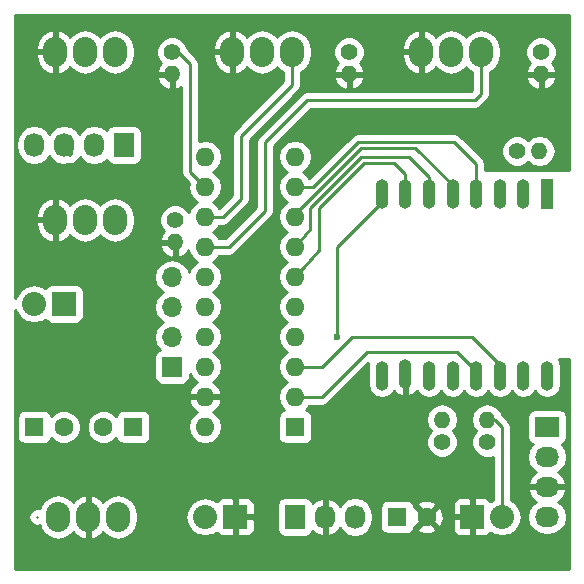
<source format=gbl>
G04 #@! TF.FileFunction,Copper,L2,Bot,Signal*
%FSLAX46Y46*%
G04 Gerber Fmt 4.6, Leading zero omitted, Abs format (unit mm)*
G04 Created by KiCad (PCBNEW 4.0.5) date 02/10/17 18:58:16*
%MOMM*%
%LPD*%
G01*
G04 APERTURE LIST*
%ADD10C,0.100000*%
%ADD11R,1.600000X1.600000*%
%ADD12C,1.600000*%
%ADD13R,1.100000X2.500000*%
%ADD14O,1.100000X2.500000*%
%ADD15O,2.032000X2.540000*%
%ADD16R,1.700000X1.700000*%
%ADD17O,1.700000X1.700000*%
%ADD18C,1.400000*%
%ADD19O,1.400000X1.400000*%
%ADD20R,2.032000X1.727200*%
%ADD21O,2.032000X1.727200*%
%ADD22R,1.727200X2.032000*%
%ADD23O,1.727200X2.032000*%
%ADD24R,2.032000X2.032000*%
%ADD25O,2.032000X2.032000*%
%ADD26O,1.600000X1.600000*%
%ADD27C,0.600000*%
%ADD28C,0.250000*%
%ADD29C,0.500000*%
%ADD30C,0.254000*%
G04 APERTURE END LIST*
D10*
D11*
X110490000Y-109220000D03*
D12*
X112990000Y-109220000D03*
D13*
X123190000Y-81850000D03*
D14*
X121190000Y-81850000D03*
X119190000Y-81850000D03*
X117190000Y-81850000D03*
X115190000Y-81850000D03*
X113190000Y-81850000D03*
X111190000Y-81850000D03*
X109190000Y-81850000D03*
X109190000Y-97250000D03*
X111190000Y-97150000D03*
X113190000Y-97250000D03*
X115190000Y-97250000D03*
X117190000Y-97250000D03*
X119190000Y-97250000D03*
X121190000Y-97250000D03*
X123190000Y-97250000D03*
D15*
X99060000Y-69850000D03*
X96520000Y-69850000D03*
X101600000Y-69850000D03*
X84074000Y-84074000D03*
X81534000Y-84074000D03*
X86614000Y-84074000D03*
X115062000Y-69850000D03*
X112522000Y-69850000D03*
X117602000Y-69850000D03*
D16*
X91440000Y-96520000D03*
D17*
X91440000Y-93980000D03*
X91440000Y-91440000D03*
X91440000Y-88900000D03*
D18*
X122682000Y-69850000D03*
D19*
X122682000Y-71750000D03*
D18*
X106426000Y-69850000D03*
D19*
X106426000Y-71750000D03*
D18*
X91440000Y-69850000D03*
D19*
X91440000Y-71750000D03*
D18*
X91694000Y-84074000D03*
D19*
X91694000Y-85974000D03*
D20*
X123190000Y-101600000D03*
D21*
X123190000Y-104140000D03*
X123190000Y-106680000D03*
X123190000Y-109220000D03*
D22*
X87376000Y-77724000D03*
D23*
X84836000Y-77724000D03*
X82296000Y-77724000D03*
X79756000Y-77724000D03*
D24*
X82296000Y-91186000D03*
D25*
X79756000Y-91186000D03*
D18*
X118110000Y-102870000D03*
D19*
X118110000Y-100970000D03*
D18*
X120650000Y-78232000D03*
D19*
X122550000Y-78232000D03*
D15*
X84074000Y-69850000D03*
X81534000Y-69850000D03*
X86614000Y-69850000D03*
D11*
X101854000Y-101600000D03*
D26*
X94234000Y-78740000D03*
X101854000Y-99060000D03*
X94234000Y-81280000D03*
X101854000Y-96520000D03*
X94234000Y-83820000D03*
X101854000Y-93980000D03*
X94234000Y-86360000D03*
X101854000Y-91440000D03*
X94234000Y-88900000D03*
X101854000Y-88900000D03*
X94234000Y-91440000D03*
X101854000Y-86360000D03*
X94234000Y-93980000D03*
X101854000Y-83820000D03*
X94234000Y-96520000D03*
X101854000Y-81280000D03*
X94234000Y-99060000D03*
X101854000Y-78740000D03*
X94234000Y-101600000D03*
D24*
X96774000Y-109220000D03*
D25*
X94234000Y-109220000D03*
D24*
X116840000Y-109220000D03*
D25*
X119380000Y-109220000D03*
D22*
X101854000Y-109220000D03*
D23*
X104394000Y-109220000D03*
X106934000Y-109220000D03*
D18*
X114300000Y-102870000D03*
D19*
X114300000Y-100970000D03*
D15*
X84328000Y-109220000D03*
X86868000Y-109220000D03*
X81788000Y-109220000D03*
D11*
X79756000Y-101600000D03*
D12*
X82256000Y-101600000D03*
D11*
X88138000Y-101600000D03*
D12*
X85638000Y-101600000D03*
D27*
X105410000Y-93980000D03*
D28*
X80010000Y-109220000D02*
X80010000Y-109220000D01*
X111190000Y-96550000D02*
X111190000Y-99760000D01*
X111190000Y-99760000D02*
X111760000Y-100330000D01*
D29*
X82804000Y-78232000D02*
X82804000Y-78486000D01*
D28*
X94234000Y-81280000D02*
X92964000Y-80010000D01*
X92964000Y-70866000D02*
X91948000Y-69850000D01*
X92964000Y-80010000D02*
X92964000Y-70866000D01*
X91948000Y-69850000D02*
X91440000Y-69850000D01*
X94234000Y-83820000D02*
X95758000Y-83820000D01*
X101600000Y-72644000D02*
X101600000Y-69850000D01*
X97282000Y-76962000D02*
X101600000Y-72644000D01*
X97282000Y-82296000D02*
X97282000Y-76962000D01*
X95758000Y-83820000D02*
X97282000Y-82296000D01*
X94234000Y-86360000D02*
X96266000Y-86360000D01*
X117602000Y-73406000D02*
X117602000Y-69850000D01*
X117094000Y-73914000D02*
X117602000Y-73406000D01*
X102870000Y-73914000D02*
X117094000Y-73914000D01*
X99314000Y-77470000D02*
X102870000Y-73914000D01*
X99314000Y-83312000D02*
X99314000Y-77470000D01*
X96266000Y-86360000D02*
X99314000Y-83312000D01*
X105410000Y-93980000D02*
X105410000Y-86360000D01*
X105410000Y-86360000D02*
X109190000Y-82580000D01*
X109190000Y-82580000D02*
X109190000Y-82550000D01*
X109220000Y-82520000D02*
X109190000Y-82550000D01*
X120620000Y-78262000D02*
X120650000Y-78232000D01*
X101854000Y-81280000D02*
X103378000Y-81280000D01*
X117190000Y-79344000D02*
X117190000Y-82550000D01*
X115316000Y-77470000D02*
X117190000Y-79344000D01*
X107188000Y-77470000D02*
X115316000Y-77470000D01*
X103378000Y-81280000D02*
X107188000Y-77470000D01*
X101854000Y-83820000D02*
X101854000Y-83566000D01*
X101854000Y-83566000D02*
X107442000Y-77978000D01*
X107442000Y-77978000D02*
X112014000Y-77978000D01*
X112014000Y-77978000D02*
X115190000Y-81154000D01*
X115190000Y-81154000D02*
X115190000Y-82550000D01*
X115190000Y-82550000D02*
X115190000Y-80900000D01*
X113190000Y-82550000D02*
X113190000Y-80424000D01*
X103124000Y-84836000D02*
X101854000Y-86360000D01*
X103124000Y-83058000D02*
X103124000Y-84836000D01*
X107442000Y-78740000D02*
X103124000Y-83058000D01*
X111506000Y-78740000D02*
X107442000Y-78740000D01*
X113190000Y-80424000D02*
X111506000Y-78740000D01*
X113190000Y-82550000D02*
X113190000Y-81440000D01*
X111190000Y-82550000D02*
X111190000Y-80202000D01*
X103886000Y-86614000D02*
X101854000Y-88900000D01*
X103886000Y-83058000D02*
X103886000Y-86614000D01*
X107696000Y-79248000D02*
X103886000Y-83058000D01*
X110236000Y-79248000D02*
X107696000Y-79248000D01*
X111190000Y-80202000D02*
X110236000Y-79248000D01*
X117190000Y-96550000D02*
X116870000Y-96550000D01*
X116870000Y-96550000D02*
X115570000Y-95250000D01*
X115570000Y-95250000D02*
X107950000Y-95250000D01*
X107950000Y-95250000D02*
X104140000Y-99060000D01*
X104140000Y-99060000D02*
X101854000Y-99060000D01*
X119190000Y-96550000D02*
X119190000Y-96330000D01*
X119190000Y-96330000D02*
X116840000Y-93980000D01*
X116840000Y-93980000D02*
X106680000Y-93980000D01*
X106680000Y-93980000D02*
X104140000Y-96520000D01*
X104140000Y-96520000D02*
X101854000Y-96520000D01*
X118110000Y-100970000D02*
X118750000Y-100970000D01*
X118750000Y-100970000D02*
X119380000Y-101600000D01*
X119380000Y-101600000D02*
X119380000Y-109220000D01*
D30*
G36*
X125020000Y-79883000D02*
X117950000Y-79883000D01*
X117950000Y-79344000D01*
X117892148Y-79053161D01*
X117892148Y-79053160D01*
X117727401Y-78806599D01*
X117417185Y-78496383D01*
X119314769Y-78496383D01*
X119517582Y-78987229D01*
X119892796Y-79363098D01*
X120383287Y-79566768D01*
X120914383Y-79567231D01*
X121405229Y-79364418D01*
X121588322Y-79181644D01*
X122012964Y-79465379D01*
X122523846Y-79567000D01*
X122576154Y-79567000D01*
X123087036Y-79465379D01*
X123520142Y-79175988D01*
X123809533Y-78742882D01*
X123911154Y-78232000D01*
X123809533Y-77721118D01*
X123520142Y-77288012D01*
X123087036Y-76998621D01*
X122576154Y-76897000D01*
X122523846Y-76897000D01*
X122012964Y-76998621D01*
X121588334Y-77282348D01*
X121407204Y-77100902D01*
X120916713Y-76897232D01*
X120385617Y-76896769D01*
X119894771Y-77099582D01*
X119518902Y-77474796D01*
X119315232Y-77965287D01*
X119314769Y-78496383D01*
X117417185Y-78496383D01*
X115853401Y-76932599D01*
X115606839Y-76767852D01*
X115316000Y-76710000D01*
X107188000Y-76710000D01*
X106897161Y-76767852D01*
X106650599Y-76932599D01*
X103065474Y-80517724D01*
X102896811Y-80265302D01*
X102514725Y-80010000D01*
X102896811Y-79754698D01*
X103207880Y-79289151D01*
X103317113Y-78740000D01*
X103207880Y-78190849D01*
X102896811Y-77725302D01*
X102431264Y-77414233D01*
X101882113Y-77305000D01*
X101825887Y-77305000D01*
X101276736Y-77414233D01*
X100811189Y-77725302D01*
X100500120Y-78190849D01*
X100390887Y-78740000D01*
X100500120Y-79289151D01*
X100811189Y-79754698D01*
X101193275Y-80010000D01*
X100811189Y-80265302D01*
X100500120Y-80730849D01*
X100390887Y-81280000D01*
X100500120Y-81829151D01*
X100811189Y-82294698D01*
X101193275Y-82550000D01*
X100811189Y-82805302D01*
X100500120Y-83270849D01*
X100390887Y-83820000D01*
X100500120Y-84369151D01*
X100811189Y-84834698D01*
X101193275Y-85090000D01*
X100811189Y-85345302D01*
X100500120Y-85810849D01*
X100390887Y-86360000D01*
X100500120Y-86909151D01*
X100811189Y-87374698D01*
X101193275Y-87630000D01*
X100811189Y-87885302D01*
X100500120Y-88350849D01*
X100390887Y-88900000D01*
X100500120Y-89449151D01*
X100811189Y-89914698D01*
X101193275Y-90170000D01*
X100811189Y-90425302D01*
X100500120Y-90890849D01*
X100390887Y-91440000D01*
X100500120Y-91989151D01*
X100811189Y-92454698D01*
X101193275Y-92710000D01*
X100811189Y-92965302D01*
X100500120Y-93430849D01*
X100390887Y-93980000D01*
X100500120Y-94529151D01*
X100811189Y-94994698D01*
X101193275Y-95250000D01*
X100811189Y-95505302D01*
X100500120Y-95970849D01*
X100390887Y-96520000D01*
X100500120Y-97069151D01*
X100811189Y-97534698D01*
X101193275Y-97790000D01*
X100811189Y-98045302D01*
X100500120Y-98510849D01*
X100390887Y-99060000D01*
X100500120Y-99609151D01*
X100811189Y-100074698D01*
X100955465Y-100171101D01*
X100818683Y-100196838D01*
X100602559Y-100335910D01*
X100457569Y-100548110D01*
X100406560Y-100800000D01*
X100406560Y-102400000D01*
X100450838Y-102635317D01*
X100589910Y-102851441D01*
X100802110Y-102996431D01*
X101054000Y-103047440D01*
X102654000Y-103047440D01*
X102889317Y-103003162D01*
X103105441Y-102864090D01*
X103250431Y-102651890D01*
X103301440Y-102400000D01*
X103301440Y-100800000D01*
X103257162Y-100564683D01*
X103118090Y-100348559D01*
X102905890Y-100203569D01*
X102750911Y-100172185D01*
X102896811Y-100074698D01*
X103066995Y-99820000D01*
X104140000Y-99820000D01*
X104430839Y-99762148D01*
X104677401Y-99597401D01*
X108065405Y-96209397D01*
X108005000Y-96513071D01*
X108005000Y-97986929D01*
X108095203Y-98440409D01*
X108352078Y-98824851D01*
X108736520Y-99081726D01*
X109190000Y-99171929D01*
X109643480Y-99081726D01*
X110027922Y-98824851D01*
X110229405Y-98523309D01*
X110441882Y-98777724D01*
X110853854Y-98993398D01*
X110880256Y-98993803D01*
X111063000Y-98868361D01*
X111063000Y-97277000D01*
X111043000Y-97277000D01*
X111043000Y-97023000D01*
X111063000Y-97023000D01*
X111063000Y-97003000D01*
X111317000Y-97003000D01*
X111317000Y-97023000D01*
X111337000Y-97023000D01*
X111337000Y-97277000D01*
X111317000Y-97277000D01*
X111317000Y-98868361D01*
X111499744Y-98993803D01*
X111526146Y-98993398D01*
X111938118Y-98777724D01*
X112150595Y-98523309D01*
X112352078Y-98824851D01*
X112736520Y-99081726D01*
X113190000Y-99171929D01*
X113643480Y-99081726D01*
X114027922Y-98824851D01*
X114190000Y-98582283D01*
X114352078Y-98824851D01*
X114736520Y-99081726D01*
X115190000Y-99171929D01*
X115643480Y-99081726D01*
X116027922Y-98824851D01*
X116190000Y-98582283D01*
X116352078Y-98824851D01*
X116736520Y-99081726D01*
X117190000Y-99171929D01*
X117643480Y-99081726D01*
X118027922Y-98824851D01*
X118190000Y-98582283D01*
X118352078Y-98824851D01*
X118736520Y-99081726D01*
X119190000Y-99171929D01*
X119643480Y-99081726D01*
X120027922Y-98824851D01*
X120190000Y-98582283D01*
X120352078Y-98824851D01*
X120736520Y-99081726D01*
X121190000Y-99171929D01*
X121643480Y-99081726D01*
X122027922Y-98824851D01*
X122190000Y-98582283D01*
X122352078Y-98824851D01*
X122736520Y-99081726D01*
X123190000Y-99171929D01*
X123643480Y-99081726D01*
X124027922Y-98824851D01*
X124284797Y-98440409D01*
X124375000Y-97986929D01*
X124375000Y-96513071D01*
X124284797Y-96059591D01*
X124168139Y-95885000D01*
X125020000Y-95885000D01*
X125020000Y-113590000D01*
X78180000Y-113590000D01*
X78180000Y-109220000D01*
X79250000Y-109220000D01*
X79307852Y-109510839D01*
X79472599Y-109757401D01*
X79719161Y-109922148D01*
X80010000Y-109980000D01*
X80221844Y-109937861D01*
X80262675Y-110143131D01*
X80620567Y-110678754D01*
X81156190Y-111036646D01*
X81788000Y-111162321D01*
X82419810Y-111036646D01*
X82955433Y-110678754D01*
X83072054Y-110504219D01*
X83250370Y-110731236D01*
X83813523Y-111047926D01*
X83945056Y-111079975D01*
X84201000Y-110960836D01*
X84201000Y-109347000D01*
X84181000Y-109347000D01*
X84181000Y-109093000D01*
X84201000Y-109093000D01*
X84201000Y-107479164D01*
X84455000Y-107479164D01*
X84455000Y-109093000D01*
X84475000Y-109093000D01*
X84475000Y-109347000D01*
X84455000Y-109347000D01*
X84455000Y-110960836D01*
X84710944Y-111079975D01*
X84842477Y-111047926D01*
X85405630Y-110731236D01*
X85583946Y-110504219D01*
X85700567Y-110678754D01*
X86236190Y-111036646D01*
X86868000Y-111162321D01*
X87499810Y-111036646D01*
X88035433Y-110678754D01*
X88393325Y-110143131D01*
X88519000Y-109511321D01*
X88519000Y-109220000D01*
X92550655Y-109220000D01*
X92676330Y-109851810D01*
X93034222Y-110387433D01*
X93569845Y-110745325D01*
X94201655Y-110871000D01*
X94266345Y-110871000D01*
X94898155Y-110745325D01*
X95198519Y-110544628D01*
X95219673Y-110595699D01*
X95398302Y-110774327D01*
X95631691Y-110871000D01*
X96488250Y-110871000D01*
X96647000Y-110712250D01*
X96647000Y-109347000D01*
X96901000Y-109347000D01*
X96901000Y-110712250D01*
X97059750Y-110871000D01*
X97916309Y-110871000D01*
X98149698Y-110774327D01*
X98328327Y-110595699D01*
X98425000Y-110362310D01*
X98425000Y-109505750D01*
X98266250Y-109347000D01*
X96901000Y-109347000D01*
X96647000Y-109347000D01*
X96627000Y-109347000D01*
X96627000Y-109093000D01*
X96647000Y-109093000D01*
X96647000Y-107727750D01*
X96901000Y-107727750D01*
X96901000Y-109093000D01*
X98266250Y-109093000D01*
X98425000Y-108934250D01*
X98425000Y-108204000D01*
X100342960Y-108204000D01*
X100342960Y-110236000D01*
X100387238Y-110471317D01*
X100526310Y-110687441D01*
X100738510Y-110832431D01*
X100990400Y-110883440D01*
X102717600Y-110883440D01*
X102952917Y-110839162D01*
X103169041Y-110700090D01*
X103314031Y-110487890D01*
X103333232Y-110393073D01*
X103491964Y-110570732D01*
X104019209Y-110824709D01*
X104034974Y-110827358D01*
X104267000Y-110706217D01*
X104267000Y-109347000D01*
X104247000Y-109347000D01*
X104247000Y-109093000D01*
X104267000Y-109093000D01*
X104267000Y-107733783D01*
X104521000Y-107733783D01*
X104521000Y-109093000D01*
X104541000Y-109093000D01*
X104541000Y-109347000D01*
X104521000Y-109347000D01*
X104521000Y-110706217D01*
X104753026Y-110827358D01*
X104768791Y-110824709D01*
X105296036Y-110570732D01*
X105667539Y-110154931D01*
X105874330Y-110464415D01*
X106360511Y-110789271D01*
X106934000Y-110903345D01*
X107507489Y-110789271D01*
X107993670Y-110464415D01*
X108318526Y-109978234D01*
X108432600Y-109404745D01*
X108432600Y-109035255D01*
X108318526Y-108461766D01*
X108290619Y-108420000D01*
X109042560Y-108420000D01*
X109042560Y-110020000D01*
X109086838Y-110255317D01*
X109225910Y-110471441D01*
X109438110Y-110616431D01*
X109690000Y-110667440D01*
X111290000Y-110667440D01*
X111525317Y-110623162D01*
X111741441Y-110484090D01*
X111886431Y-110271890D01*
X111895370Y-110227745D01*
X112161861Y-110227745D01*
X112235995Y-110473864D01*
X112773223Y-110666965D01*
X113343454Y-110639778D01*
X113744005Y-110473864D01*
X113818139Y-110227745D01*
X112990000Y-109399605D01*
X112161861Y-110227745D01*
X111895370Y-110227745D01*
X111934646Y-110033799D01*
X111982255Y-110048139D01*
X112810395Y-109220000D01*
X113169605Y-109220000D01*
X113997745Y-110048139D01*
X114243864Y-109974005D01*
X114412173Y-109505750D01*
X115189000Y-109505750D01*
X115189000Y-110362310D01*
X115285673Y-110595699D01*
X115464302Y-110774327D01*
X115697691Y-110871000D01*
X116554250Y-110871000D01*
X116713000Y-110712250D01*
X116713000Y-109347000D01*
X115347750Y-109347000D01*
X115189000Y-109505750D01*
X114412173Y-109505750D01*
X114436965Y-109436777D01*
X114409778Y-108866546D01*
X114243864Y-108465995D01*
X113997745Y-108391861D01*
X113169605Y-109220000D01*
X112810395Y-109220000D01*
X111982255Y-108391861D01*
X111934833Y-108406145D01*
X111898351Y-108212255D01*
X112161861Y-108212255D01*
X112990000Y-109040395D01*
X113818139Y-108212255D01*
X113777607Y-108077690D01*
X115189000Y-108077690D01*
X115189000Y-108934250D01*
X115347750Y-109093000D01*
X116713000Y-109093000D01*
X116713000Y-107727750D01*
X116554250Y-107569000D01*
X115697691Y-107569000D01*
X115464302Y-107665673D01*
X115285673Y-107844301D01*
X115189000Y-108077690D01*
X113777607Y-108077690D01*
X113744005Y-107966136D01*
X113206777Y-107773035D01*
X112636546Y-107800222D01*
X112235995Y-107966136D01*
X112161861Y-108212255D01*
X111898351Y-108212255D01*
X111893162Y-108184683D01*
X111754090Y-107968559D01*
X111541890Y-107823569D01*
X111290000Y-107772560D01*
X109690000Y-107772560D01*
X109454683Y-107816838D01*
X109238559Y-107955910D01*
X109093569Y-108168110D01*
X109042560Y-108420000D01*
X108290619Y-108420000D01*
X107993670Y-107975585D01*
X107507489Y-107650729D01*
X106934000Y-107536655D01*
X106360511Y-107650729D01*
X105874330Y-107975585D01*
X105667539Y-108285069D01*
X105296036Y-107869268D01*
X104768791Y-107615291D01*
X104753026Y-107612642D01*
X104521000Y-107733783D01*
X104267000Y-107733783D01*
X104034974Y-107612642D01*
X104019209Y-107615291D01*
X103491964Y-107869268D01*
X103335093Y-108044845D01*
X103320762Y-107968683D01*
X103181690Y-107752559D01*
X102969490Y-107607569D01*
X102717600Y-107556560D01*
X100990400Y-107556560D01*
X100755083Y-107600838D01*
X100538959Y-107739910D01*
X100393969Y-107952110D01*
X100342960Y-108204000D01*
X98425000Y-108204000D01*
X98425000Y-108077690D01*
X98328327Y-107844301D01*
X98149698Y-107665673D01*
X97916309Y-107569000D01*
X97059750Y-107569000D01*
X96901000Y-107727750D01*
X96647000Y-107727750D01*
X96488250Y-107569000D01*
X95631691Y-107569000D01*
X95398302Y-107665673D01*
X95219673Y-107844301D01*
X95198519Y-107895372D01*
X94898155Y-107694675D01*
X94266345Y-107569000D01*
X94201655Y-107569000D01*
X93569845Y-107694675D01*
X93034222Y-108052567D01*
X92676330Y-108588190D01*
X92550655Y-109220000D01*
X88519000Y-109220000D01*
X88519000Y-108928679D01*
X88393325Y-108296869D01*
X88035433Y-107761246D01*
X87499810Y-107403354D01*
X86868000Y-107277679D01*
X86236190Y-107403354D01*
X85700567Y-107761246D01*
X85583946Y-107935781D01*
X85405630Y-107708764D01*
X84842477Y-107392074D01*
X84710944Y-107360025D01*
X84455000Y-107479164D01*
X84201000Y-107479164D01*
X83945056Y-107360025D01*
X83813523Y-107392074D01*
X83250370Y-107708764D01*
X83072054Y-107935781D01*
X82955433Y-107761246D01*
X82419810Y-107403354D01*
X81788000Y-107277679D01*
X81156190Y-107403354D01*
X80620567Y-107761246D01*
X80262675Y-108296869D01*
X80221844Y-108502139D01*
X80010000Y-108460000D01*
X79719161Y-108517852D01*
X79472599Y-108682599D01*
X79307852Y-108929161D01*
X79250000Y-109220000D01*
X78180000Y-109220000D01*
X78180000Y-103134383D01*
X112964769Y-103134383D01*
X113167582Y-103625229D01*
X113542796Y-104001098D01*
X114033287Y-104204768D01*
X114564383Y-104205231D01*
X115055229Y-104002418D01*
X115431098Y-103627204D01*
X115634768Y-103136713D01*
X115634770Y-103134383D01*
X116774769Y-103134383D01*
X116977582Y-103625229D01*
X117352796Y-104001098D01*
X117843287Y-104204768D01*
X118374383Y-104205231D01*
X118620000Y-104103744D01*
X118620000Y-107758717D01*
X118415481Y-107895372D01*
X118394327Y-107844301D01*
X118215698Y-107665673D01*
X117982309Y-107569000D01*
X117125750Y-107569000D01*
X116967000Y-107727750D01*
X116967000Y-109093000D01*
X116987000Y-109093000D01*
X116987000Y-109347000D01*
X116967000Y-109347000D01*
X116967000Y-110712250D01*
X117125750Y-110871000D01*
X117982309Y-110871000D01*
X118215698Y-110774327D01*
X118394327Y-110595699D01*
X118415481Y-110544628D01*
X118715845Y-110745325D01*
X119347655Y-110871000D01*
X119412345Y-110871000D01*
X120044155Y-110745325D01*
X120579778Y-110387433D01*
X120937670Y-109851810D01*
X121063345Y-109220000D01*
X121506655Y-109220000D01*
X121620729Y-109793489D01*
X121945585Y-110279670D01*
X122431766Y-110604526D01*
X123005255Y-110718600D01*
X123374745Y-110718600D01*
X123948234Y-110604526D01*
X124434415Y-110279670D01*
X124759271Y-109793489D01*
X124873345Y-109220000D01*
X124759271Y-108646511D01*
X124434415Y-108160330D01*
X124124931Y-107953539D01*
X124540732Y-107582036D01*
X124794709Y-107054791D01*
X124797358Y-107039026D01*
X124676217Y-106807000D01*
X123317000Y-106807000D01*
X123317000Y-106827000D01*
X123063000Y-106827000D01*
X123063000Y-106807000D01*
X121703783Y-106807000D01*
X121582642Y-107039026D01*
X121585291Y-107054791D01*
X121839268Y-107582036D01*
X122255069Y-107953539D01*
X121945585Y-108160330D01*
X121620729Y-108646511D01*
X121506655Y-109220000D01*
X121063345Y-109220000D01*
X120937670Y-108588190D01*
X120579778Y-108052567D01*
X120140000Y-107758717D01*
X120140000Y-104140000D01*
X121506655Y-104140000D01*
X121620729Y-104713489D01*
X121945585Y-105199670D01*
X122255069Y-105406461D01*
X121839268Y-105777964D01*
X121585291Y-106305209D01*
X121582642Y-106320974D01*
X121703783Y-106553000D01*
X123063000Y-106553000D01*
X123063000Y-106533000D01*
X123317000Y-106533000D01*
X123317000Y-106553000D01*
X124676217Y-106553000D01*
X124797358Y-106320974D01*
X124794709Y-106305209D01*
X124540732Y-105777964D01*
X124124931Y-105406461D01*
X124434415Y-105199670D01*
X124759271Y-104713489D01*
X124873345Y-104140000D01*
X124759271Y-103566511D01*
X124434415Y-103080330D01*
X124420087Y-103070757D01*
X124441317Y-103066762D01*
X124657441Y-102927690D01*
X124802431Y-102715490D01*
X124853440Y-102463600D01*
X124853440Y-100736400D01*
X124809162Y-100501083D01*
X124670090Y-100284959D01*
X124457890Y-100139969D01*
X124206000Y-100088960D01*
X122174000Y-100088960D01*
X121938683Y-100133238D01*
X121722559Y-100272310D01*
X121577569Y-100484510D01*
X121526560Y-100736400D01*
X121526560Y-102463600D01*
X121570838Y-102698917D01*
X121709910Y-102915041D01*
X121922110Y-103060031D01*
X121963439Y-103068400D01*
X121945585Y-103080330D01*
X121620729Y-103566511D01*
X121506655Y-104140000D01*
X120140000Y-104140000D01*
X120140000Y-101600000D01*
X120082148Y-101309161D01*
X119917401Y-101062599D01*
X119357188Y-100502386D01*
X119343379Y-100432964D01*
X119053988Y-99999858D01*
X118620882Y-99710467D01*
X118110000Y-99608846D01*
X117599118Y-99710467D01*
X117166012Y-99999858D01*
X116876621Y-100432964D01*
X116775000Y-100943846D01*
X116775000Y-100996154D01*
X116876621Y-101507036D01*
X117160348Y-101931666D01*
X116978902Y-102112796D01*
X116775232Y-102603287D01*
X116774769Y-103134383D01*
X115634770Y-103134383D01*
X115635231Y-102605617D01*
X115432418Y-102114771D01*
X115249644Y-101931678D01*
X115533379Y-101507036D01*
X115635000Y-100996154D01*
X115635000Y-100943846D01*
X115533379Y-100432964D01*
X115243988Y-99999858D01*
X114810882Y-99710467D01*
X114300000Y-99608846D01*
X113789118Y-99710467D01*
X113356012Y-99999858D01*
X113066621Y-100432964D01*
X112965000Y-100943846D01*
X112965000Y-100996154D01*
X113066621Y-101507036D01*
X113350348Y-101931666D01*
X113168902Y-102112796D01*
X112965232Y-102603287D01*
X112964769Y-103134383D01*
X78180000Y-103134383D01*
X78180000Y-100800000D01*
X78308560Y-100800000D01*
X78308560Y-102400000D01*
X78352838Y-102635317D01*
X78491910Y-102851441D01*
X78704110Y-102996431D01*
X78956000Y-103047440D01*
X80556000Y-103047440D01*
X80791317Y-103003162D01*
X81007441Y-102864090D01*
X81152431Y-102651890D01*
X81173680Y-102546959D01*
X81442077Y-102815824D01*
X81969309Y-103034750D01*
X82540187Y-103035248D01*
X83067800Y-102817243D01*
X83471824Y-102413923D01*
X83690750Y-101886691D01*
X83690752Y-101884187D01*
X84202752Y-101884187D01*
X84420757Y-102411800D01*
X84824077Y-102815824D01*
X85351309Y-103034750D01*
X85922187Y-103035248D01*
X86449800Y-102817243D01*
X86718583Y-102548928D01*
X86734838Y-102635317D01*
X86873910Y-102851441D01*
X87086110Y-102996431D01*
X87338000Y-103047440D01*
X88938000Y-103047440D01*
X89173317Y-103003162D01*
X89389441Y-102864090D01*
X89534431Y-102651890D01*
X89585440Y-102400000D01*
X89585440Y-101600000D01*
X92770887Y-101600000D01*
X92880120Y-102149151D01*
X93191189Y-102614698D01*
X93656736Y-102925767D01*
X94205887Y-103035000D01*
X94262113Y-103035000D01*
X94811264Y-102925767D01*
X95276811Y-102614698D01*
X95587880Y-102149151D01*
X95697113Y-101600000D01*
X95587880Y-101050849D01*
X95276811Y-100585302D01*
X94872297Y-100315014D01*
X95089134Y-100212389D01*
X95465041Y-99797423D01*
X95625904Y-99409039D01*
X95503915Y-99187000D01*
X94361000Y-99187000D01*
X94361000Y-99207000D01*
X94107000Y-99207000D01*
X94107000Y-99187000D01*
X92964085Y-99187000D01*
X92842096Y-99409039D01*
X93002959Y-99797423D01*
X93378866Y-100212389D01*
X93595703Y-100315014D01*
X93191189Y-100585302D01*
X92880120Y-101050849D01*
X92770887Y-101600000D01*
X89585440Y-101600000D01*
X89585440Y-100800000D01*
X89541162Y-100564683D01*
X89402090Y-100348559D01*
X89189890Y-100203569D01*
X88938000Y-100152560D01*
X87338000Y-100152560D01*
X87102683Y-100196838D01*
X86886559Y-100335910D01*
X86741569Y-100548110D01*
X86720320Y-100653041D01*
X86451923Y-100384176D01*
X85924691Y-100165250D01*
X85353813Y-100164752D01*
X84826200Y-100382757D01*
X84422176Y-100786077D01*
X84203250Y-101313309D01*
X84202752Y-101884187D01*
X83690752Y-101884187D01*
X83691248Y-101315813D01*
X83473243Y-100788200D01*
X83069923Y-100384176D01*
X82542691Y-100165250D01*
X81971813Y-100164752D01*
X81444200Y-100382757D01*
X81175417Y-100651072D01*
X81159162Y-100564683D01*
X81020090Y-100348559D01*
X80807890Y-100203569D01*
X80556000Y-100152560D01*
X78956000Y-100152560D01*
X78720683Y-100196838D01*
X78504559Y-100335910D01*
X78359569Y-100548110D01*
X78308560Y-100800000D01*
X78180000Y-100800000D01*
X78180000Y-91725659D01*
X78198330Y-91817810D01*
X78556222Y-92353433D01*
X79091845Y-92711325D01*
X79723655Y-92837000D01*
X79788345Y-92837000D01*
X80420155Y-92711325D01*
X80722962Y-92508996D01*
X80815910Y-92653441D01*
X81028110Y-92798431D01*
X81280000Y-92849440D01*
X83312000Y-92849440D01*
X83547317Y-92805162D01*
X83763441Y-92666090D01*
X83908431Y-92453890D01*
X83959440Y-92202000D01*
X83959440Y-90170000D01*
X83915162Y-89934683D01*
X83776090Y-89718559D01*
X83563890Y-89573569D01*
X83312000Y-89522560D01*
X81280000Y-89522560D01*
X81044683Y-89566838D01*
X80828559Y-89705910D01*
X80721767Y-89862206D01*
X80420155Y-89660675D01*
X79788345Y-89535000D01*
X79723655Y-89535000D01*
X79091845Y-89660675D01*
X78556222Y-90018567D01*
X78198330Y-90554190D01*
X78180000Y-90646341D01*
X78180000Y-88900000D01*
X89925907Y-88900000D01*
X90038946Y-89468285D01*
X90360853Y-89950054D01*
X90690026Y-90170000D01*
X90360853Y-90389946D01*
X90038946Y-90871715D01*
X89925907Y-91440000D01*
X90038946Y-92008285D01*
X90360853Y-92490054D01*
X90690026Y-92710000D01*
X90360853Y-92929946D01*
X90038946Y-93411715D01*
X89925907Y-93980000D01*
X90038946Y-94548285D01*
X90360853Y-95030054D01*
X90402452Y-95057850D01*
X90354683Y-95066838D01*
X90138559Y-95205910D01*
X89993569Y-95418110D01*
X89942560Y-95670000D01*
X89942560Y-97370000D01*
X89986838Y-97605317D01*
X90125910Y-97821441D01*
X90338110Y-97966431D01*
X90590000Y-98017440D01*
X92290000Y-98017440D01*
X92525317Y-97973162D01*
X92741441Y-97834090D01*
X92886431Y-97621890D01*
X92937440Y-97370000D01*
X92937440Y-97154936D01*
X93191189Y-97534698D01*
X93595703Y-97804986D01*
X93378866Y-97907611D01*
X93002959Y-98322577D01*
X92842096Y-98710961D01*
X92964085Y-98933000D01*
X94107000Y-98933000D01*
X94107000Y-98913000D01*
X94361000Y-98913000D01*
X94361000Y-98933000D01*
X95503915Y-98933000D01*
X95625904Y-98710961D01*
X95465041Y-98322577D01*
X95089134Y-97907611D01*
X94872297Y-97804986D01*
X95276811Y-97534698D01*
X95587880Y-97069151D01*
X95697113Y-96520000D01*
X95587880Y-95970849D01*
X95276811Y-95505302D01*
X94894725Y-95250000D01*
X95276811Y-94994698D01*
X95587880Y-94529151D01*
X95697113Y-93980000D01*
X95587880Y-93430849D01*
X95276811Y-92965302D01*
X94894725Y-92710000D01*
X95276811Y-92454698D01*
X95587880Y-91989151D01*
X95697113Y-91440000D01*
X95587880Y-90890849D01*
X95276811Y-90425302D01*
X94894725Y-90170000D01*
X95276811Y-89914698D01*
X95587880Y-89449151D01*
X95697113Y-88900000D01*
X95587880Y-88350849D01*
X95276811Y-87885302D01*
X94894725Y-87630000D01*
X95276811Y-87374698D01*
X95446995Y-87120000D01*
X96266000Y-87120000D01*
X96556839Y-87062148D01*
X96803401Y-86897401D01*
X99851401Y-83849401D01*
X100016148Y-83602839D01*
X100074000Y-83312000D01*
X100074000Y-77784802D01*
X103184802Y-74674000D01*
X117094000Y-74674000D01*
X117384839Y-74616148D01*
X117631401Y-74451401D01*
X118139401Y-73943401D01*
X118304147Y-73696840D01*
X118304148Y-73696839D01*
X118362000Y-73406000D01*
X118362000Y-72083331D01*
X121389273Y-72083331D01*
X121615236Y-72552663D01*
X122003604Y-72899797D01*
X122348671Y-73042716D01*
X122555000Y-72919374D01*
X122555000Y-71877000D01*
X122809000Y-71877000D01*
X122809000Y-72919374D01*
X123015329Y-73042716D01*
X123360396Y-72899797D01*
X123748764Y-72552663D01*
X123974727Y-72083331D01*
X123852206Y-71877000D01*
X122809000Y-71877000D01*
X122555000Y-71877000D01*
X121511794Y-71877000D01*
X121389273Y-72083331D01*
X118362000Y-72083331D01*
X118362000Y-71580992D01*
X118769433Y-71308754D01*
X119127325Y-70773131D01*
X119253000Y-70141321D01*
X119253000Y-70114383D01*
X121346769Y-70114383D01*
X121549582Y-70605229D01*
X121761017Y-70817034D01*
X121615236Y-70947337D01*
X121389273Y-71416669D01*
X121511794Y-71623000D01*
X122555000Y-71623000D01*
X122555000Y-71603000D01*
X122809000Y-71603000D01*
X122809000Y-71623000D01*
X123852206Y-71623000D01*
X123974727Y-71416669D01*
X123748764Y-70947337D01*
X123602940Y-70816996D01*
X123813098Y-70607204D01*
X124016768Y-70116713D01*
X124017231Y-69585617D01*
X123814418Y-69094771D01*
X123439204Y-68718902D01*
X122948713Y-68515232D01*
X122417617Y-68514769D01*
X121926771Y-68717582D01*
X121550902Y-69092796D01*
X121347232Y-69583287D01*
X121346769Y-70114383D01*
X119253000Y-70114383D01*
X119253000Y-69558679D01*
X119127325Y-68926869D01*
X118769433Y-68391246D01*
X118233810Y-68033354D01*
X117602000Y-67907679D01*
X116970190Y-68033354D01*
X116434567Y-68391246D01*
X116332000Y-68544748D01*
X116229433Y-68391246D01*
X115693810Y-68033354D01*
X115062000Y-67907679D01*
X114430190Y-68033354D01*
X113894567Y-68391246D01*
X113777946Y-68565781D01*
X113599630Y-68338764D01*
X113036477Y-68022074D01*
X112904944Y-67990025D01*
X112649000Y-68109164D01*
X112649000Y-69723000D01*
X112669000Y-69723000D01*
X112669000Y-69977000D01*
X112649000Y-69977000D01*
X112649000Y-71590836D01*
X112904944Y-71709975D01*
X113036477Y-71677926D01*
X113599630Y-71361236D01*
X113777946Y-71134219D01*
X113894567Y-71308754D01*
X114430190Y-71666646D01*
X115062000Y-71792321D01*
X115693810Y-71666646D01*
X116229433Y-71308754D01*
X116332000Y-71155252D01*
X116434567Y-71308754D01*
X116842000Y-71580992D01*
X116842000Y-73091198D01*
X116779198Y-73154000D01*
X102870000Y-73154000D01*
X102627414Y-73202254D01*
X102579160Y-73211852D01*
X102332599Y-73376599D01*
X98776599Y-76932599D01*
X98611852Y-77179161D01*
X98554000Y-77470000D01*
X98554000Y-82997198D01*
X95951198Y-85600000D01*
X95446995Y-85600000D01*
X95276811Y-85345302D01*
X94894725Y-85090000D01*
X95276811Y-84834698D01*
X95446995Y-84580000D01*
X95758000Y-84580000D01*
X96048839Y-84522148D01*
X96295401Y-84357401D01*
X97819401Y-82833401D01*
X97984148Y-82586840D01*
X97997443Y-82520000D01*
X98042000Y-82296000D01*
X98042000Y-77276802D01*
X102137401Y-73181401D01*
X102302148Y-72934839D01*
X102360000Y-72644000D01*
X102360000Y-72083331D01*
X105133273Y-72083331D01*
X105359236Y-72552663D01*
X105747604Y-72899797D01*
X106092671Y-73042716D01*
X106299000Y-72919374D01*
X106299000Y-71877000D01*
X106553000Y-71877000D01*
X106553000Y-72919374D01*
X106759329Y-73042716D01*
X107104396Y-72899797D01*
X107492764Y-72552663D01*
X107718727Y-72083331D01*
X107596206Y-71877000D01*
X106553000Y-71877000D01*
X106299000Y-71877000D01*
X105255794Y-71877000D01*
X105133273Y-72083331D01*
X102360000Y-72083331D01*
X102360000Y-71580992D01*
X102767433Y-71308754D01*
X103125325Y-70773131D01*
X103251000Y-70141321D01*
X103251000Y-70114383D01*
X105090769Y-70114383D01*
X105293582Y-70605229D01*
X105505017Y-70817034D01*
X105359236Y-70947337D01*
X105133273Y-71416669D01*
X105255794Y-71623000D01*
X106299000Y-71623000D01*
X106299000Y-71603000D01*
X106553000Y-71603000D01*
X106553000Y-71623000D01*
X107596206Y-71623000D01*
X107718727Y-71416669D01*
X107492764Y-70947337D01*
X107346940Y-70816996D01*
X107557098Y-70607204D01*
X107760768Y-70116713D01*
X107760889Y-69977000D01*
X110871000Y-69977000D01*
X110871000Y-70231000D01*
X111045276Y-70853143D01*
X111444370Y-71361236D01*
X112007523Y-71677926D01*
X112139056Y-71709975D01*
X112395000Y-71590836D01*
X112395000Y-69977000D01*
X110871000Y-69977000D01*
X107760889Y-69977000D01*
X107761231Y-69585617D01*
X107713046Y-69469000D01*
X110871000Y-69469000D01*
X110871000Y-69723000D01*
X112395000Y-69723000D01*
X112395000Y-68109164D01*
X112139056Y-67990025D01*
X112007523Y-68022074D01*
X111444370Y-68338764D01*
X111045276Y-68846857D01*
X110871000Y-69469000D01*
X107713046Y-69469000D01*
X107558418Y-69094771D01*
X107183204Y-68718902D01*
X106692713Y-68515232D01*
X106161617Y-68514769D01*
X105670771Y-68717582D01*
X105294902Y-69092796D01*
X105091232Y-69583287D01*
X105090769Y-70114383D01*
X103251000Y-70114383D01*
X103251000Y-69558679D01*
X103125325Y-68926869D01*
X102767433Y-68391246D01*
X102231810Y-68033354D01*
X101600000Y-67907679D01*
X100968190Y-68033354D01*
X100432567Y-68391246D01*
X100330000Y-68544748D01*
X100227433Y-68391246D01*
X99691810Y-68033354D01*
X99060000Y-67907679D01*
X98428190Y-68033354D01*
X97892567Y-68391246D01*
X97775946Y-68565781D01*
X97597630Y-68338764D01*
X97034477Y-68022074D01*
X96902944Y-67990025D01*
X96647000Y-68109164D01*
X96647000Y-69723000D01*
X96667000Y-69723000D01*
X96667000Y-69977000D01*
X96647000Y-69977000D01*
X96647000Y-71590836D01*
X96902944Y-71709975D01*
X97034477Y-71677926D01*
X97597630Y-71361236D01*
X97775946Y-71134219D01*
X97892567Y-71308754D01*
X98428190Y-71666646D01*
X99060000Y-71792321D01*
X99691810Y-71666646D01*
X100227433Y-71308754D01*
X100330000Y-71155252D01*
X100432567Y-71308754D01*
X100840000Y-71580992D01*
X100840000Y-72329198D01*
X96744599Y-76424599D01*
X96579852Y-76671161D01*
X96522000Y-76962000D01*
X96522000Y-81981198D01*
X95445474Y-83057724D01*
X95276811Y-82805302D01*
X94894725Y-82550000D01*
X95276811Y-82294698D01*
X95587880Y-81829151D01*
X95697113Y-81280000D01*
X95587880Y-80730849D01*
X95276811Y-80265302D01*
X94894725Y-80010000D01*
X95276811Y-79754698D01*
X95587880Y-79289151D01*
X95697113Y-78740000D01*
X95587880Y-78190849D01*
X95276811Y-77725302D01*
X94811264Y-77414233D01*
X94262113Y-77305000D01*
X94205887Y-77305000D01*
X93724000Y-77400853D01*
X93724000Y-70866000D01*
X93666148Y-70575161D01*
X93501401Y-70328599D01*
X93149802Y-69977000D01*
X94869000Y-69977000D01*
X94869000Y-70231000D01*
X95043276Y-70853143D01*
X95442370Y-71361236D01*
X96005523Y-71677926D01*
X96137056Y-71709975D01*
X96393000Y-71590836D01*
X96393000Y-69977000D01*
X94869000Y-69977000D01*
X93149802Y-69977000D01*
X92775216Y-69602414D01*
X92775231Y-69585617D01*
X92727046Y-69469000D01*
X94869000Y-69469000D01*
X94869000Y-69723000D01*
X96393000Y-69723000D01*
X96393000Y-68109164D01*
X96137056Y-67990025D01*
X96005523Y-68022074D01*
X95442370Y-68338764D01*
X95043276Y-68846857D01*
X94869000Y-69469000D01*
X92727046Y-69469000D01*
X92572418Y-69094771D01*
X92197204Y-68718902D01*
X91706713Y-68515232D01*
X91175617Y-68514769D01*
X90684771Y-68717582D01*
X90308902Y-69092796D01*
X90105232Y-69583287D01*
X90104769Y-70114383D01*
X90307582Y-70605229D01*
X90519017Y-70817034D01*
X90373236Y-70947337D01*
X90147273Y-71416669D01*
X90269794Y-71623000D01*
X91313000Y-71623000D01*
X91313000Y-71603000D01*
X91567000Y-71603000D01*
X91567000Y-71623000D01*
X91587000Y-71623000D01*
X91587000Y-71877000D01*
X91567000Y-71877000D01*
X91567000Y-72919374D01*
X91773329Y-73042716D01*
X92118396Y-72899797D01*
X92204000Y-72823282D01*
X92204000Y-80010000D01*
X92261852Y-80300839D01*
X92426599Y-80547401D01*
X92835312Y-80956114D01*
X92770887Y-81280000D01*
X92880120Y-81829151D01*
X93191189Y-82294698D01*
X93573275Y-82550000D01*
X93191189Y-82805302D01*
X92880120Y-83270849D01*
X92856234Y-83390932D01*
X92826418Y-83318771D01*
X92451204Y-82942902D01*
X91960713Y-82739232D01*
X91429617Y-82738769D01*
X90938771Y-82941582D01*
X90562902Y-83316796D01*
X90359232Y-83807287D01*
X90358769Y-84338383D01*
X90561582Y-84829229D01*
X90773017Y-85041034D01*
X90627236Y-85171337D01*
X90401273Y-85640669D01*
X90523794Y-85847000D01*
X91567000Y-85847000D01*
X91567000Y-85827000D01*
X91821000Y-85827000D01*
X91821000Y-85847000D01*
X91841000Y-85847000D01*
X91841000Y-86101000D01*
X91821000Y-86101000D01*
X91821000Y-87143374D01*
X92027329Y-87266716D01*
X92372396Y-87123797D01*
X92760764Y-86776663D01*
X92826576Y-86639969D01*
X92880120Y-86909151D01*
X93191189Y-87374698D01*
X93573275Y-87630000D01*
X93191189Y-87885302D01*
X92880120Y-88350849D01*
X92862490Y-88439481D01*
X92841054Y-88331715D01*
X92519147Y-87849946D01*
X92037378Y-87528039D01*
X91469093Y-87415000D01*
X91410907Y-87415000D01*
X90842622Y-87528039D01*
X90360853Y-87849946D01*
X90038946Y-88331715D01*
X89925907Y-88900000D01*
X78180000Y-88900000D01*
X78180000Y-86307331D01*
X90401273Y-86307331D01*
X90627236Y-86776663D01*
X91015604Y-87123797D01*
X91360671Y-87266716D01*
X91567000Y-87143374D01*
X91567000Y-86101000D01*
X90523794Y-86101000D01*
X90401273Y-86307331D01*
X78180000Y-86307331D01*
X78180000Y-84201000D01*
X79883000Y-84201000D01*
X79883000Y-84455000D01*
X80057276Y-85077143D01*
X80456370Y-85585236D01*
X81019523Y-85901926D01*
X81151056Y-85933975D01*
X81407000Y-85814836D01*
X81407000Y-84201000D01*
X79883000Y-84201000D01*
X78180000Y-84201000D01*
X78180000Y-83693000D01*
X79883000Y-83693000D01*
X79883000Y-83947000D01*
X81407000Y-83947000D01*
X81407000Y-82333164D01*
X81661000Y-82333164D01*
X81661000Y-83947000D01*
X81681000Y-83947000D01*
X81681000Y-84201000D01*
X81661000Y-84201000D01*
X81661000Y-85814836D01*
X81916944Y-85933975D01*
X82048477Y-85901926D01*
X82611630Y-85585236D01*
X82789946Y-85358219D01*
X82906567Y-85532754D01*
X83442190Y-85890646D01*
X84074000Y-86016321D01*
X84705810Y-85890646D01*
X85241433Y-85532754D01*
X85344000Y-85379252D01*
X85446567Y-85532754D01*
X85982190Y-85890646D01*
X86614000Y-86016321D01*
X87245810Y-85890646D01*
X87781433Y-85532754D01*
X88139325Y-84997131D01*
X88265000Y-84365321D01*
X88265000Y-83782679D01*
X88139325Y-83150869D01*
X87781433Y-82615246D01*
X87245810Y-82257354D01*
X86614000Y-82131679D01*
X85982190Y-82257354D01*
X85446567Y-82615246D01*
X85344000Y-82768748D01*
X85241433Y-82615246D01*
X84705810Y-82257354D01*
X84074000Y-82131679D01*
X83442190Y-82257354D01*
X82906567Y-82615246D01*
X82789946Y-82789781D01*
X82611630Y-82562764D01*
X82048477Y-82246074D01*
X81916944Y-82214025D01*
X81661000Y-82333164D01*
X81407000Y-82333164D01*
X81151056Y-82214025D01*
X81019523Y-82246074D01*
X80456370Y-82562764D01*
X80057276Y-83070857D01*
X79883000Y-83693000D01*
X78180000Y-83693000D01*
X78180000Y-77539255D01*
X78257400Y-77539255D01*
X78257400Y-77908745D01*
X78371474Y-78482234D01*
X78696330Y-78968415D01*
X79182511Y-79293271D01*
X79756000Y-79407345D01*
X80329489Y-79293271D01*
X80815670Y-78968415D01*
X81026000Y-78653634D01*
X81236330Y-78968415D01*
X81722511Y-79293271D01*
X82296000Y-79407345D01*
X82641360Y-79338649D01*
X82804000Y-79371000D01*
X83142675Y-79303633D01*
X83429790Y-79111790D01*
X83621633Y-78824675D01*
X83635088Y-78757032D01*
X83776330Y-78968415D01*
X84262511Y-79293271D01*
X84836000Y-79407345D01*
X85409489Y-79293271D01*
X85895670Y-78968415D01*
X85905243Y-78954087D01*
X85909238Y-78975317D01*
X86048310Y-79191441D01*
X86260510Y-79336431D01*
X86512400Y-79387440D01*
X88239600Y-79387440D01*
X88474917Y-79343162D01*
X88691041Y-79204090D01*
X88836031Y-78991890D01*
X88887040Y-78740000D01*
X88887040Y-76708000D01*
X88842762Y-76472683D01*
X88703690Y-76256559D01*
X88491490Y-76111569D01*
X88239600Y-76060560D01*
X86512400Y-76060560D01*
X86277083Y-76104838D01*
X86060959Y-76243910D01*
X85915969Y-76456110D01*
X85907600Y-76497439D01*
X85895670Y-76479585D01*
X85409489Y-76154729D01*
X84836000Y-76040655D01*
X84262511Y-76154729D01*
X83776330Y-76479585D01*
X83566000Y-76794366D01*
X83355670Y-76479585D01*
X82869489Y-76154729D01*
X82296000Y-76040655D01*
X81722511Y-76154729D01*
X81236330Y-76479585D01*
X81026000Y-76794366D01*
X80815670Y-76479585D01*
X80329489Y-76154729D01*
X79756000Y-76040655D01*
X79182511Y-76154729D01*
X78696330Y-76479585D01*
X78371474Y-76965766D01*
X78257400Y-77539255D01*
X78180000Y-77539255D01*
X78180000Y-72083331D01*
X90147273Y-72083331D01*
X90373236Y-72552663D01*
X90761604Y-72899797D01*
X91106671Y-73042716D01*
X91313000Y-72919374D01*
X91313000Y-71877000D01*
X90269794Y-71877000D01*
X90147273Y-72083331D01*
X78180000Y-72083331D01*
X78180000Y-69977000D01*
X79883000Y-69977000D01*
X79883000Y-70231000D01*
X80057276Y-70853143D01*
X80456370Y-71361236D01*
X81019523Y-71677926D01*
X81151056Y-71709975D01*
X81407000Y-71590836D01*
X81407000Y-69977000D01*
X79883000Y-69977000D01*
X78180000Y-69977000D01*
X78180000Y-69469000D01*
X79883000Y-69469000D01*
X79883000Y-69723000D01*
X81407000Y-69723000D01*
X81407000Y-68109164D01*
X81661000Y-68109164D01*
X81661000Y-69723000D01*
X81681000Y-69723000D01*
X81681000Y-69977000D01*
X81661000Y-69977000D01*
X81661000Y-71590836D01*
X81916944Y-71709975D01*
X82048477Y-71677926D01*
X82611630Y-71361236D01*
X82789946Y-71134219D01*
X82906567Y-71308754D01*
X83442190Y-71666646D01*
X84074000Y-71792321D01*
X84705810Y-71666646D01*
X85241433Y-71308754D01*
X85344000Y-71155252D01*
X85446567Y-71308754D01*
X85982190Y-71666646D01*
X86614000Y-71792321D01*
X87245810Y-71666646D01*
X87781433Y-71308754D01*
X88139325Y-70773131D01*
X88265000Y-70141321D01*
X88265000Y-69558679D01*
X88139325Y-68926869D01*
X87781433Y-68391246D01*
X87245810Y-68033354D01*
X86614000Y-67907679D01*
X85982190Y-68033354D01*
X85446567Y-68391246D01*
X85344000Y-68544748D01*
X85241433Y-68391246D01*
X84705810Y-68033354D01*
X84074000Y-67907679D01*
X83442190Y-68033354D01*
X82906567Y-68391246D01*
X82789946Y-68565781D01*
X82611630Y-68338764D01*
X82048477Y-68022074D01*
X81916944Y-67990025D01*
X81661000Y-68109164D01*
X81407000Y-68109164D01*
X81151056Y-67990025D01*
X81019523Y-68022074D01*
X80456370Y-68338764D01*
X80057276Y-68846857D01*
X79883000Y-69469000D01*
X78180000Y-69469000D01*
X78180000Y-66750000D01*
X125020000Y-66750000D01*
X125020000Y-79883000D01*
X125020000Y-79883000D01*
G37*
X125020000Y-79883000D02*
X117950000Y-79883000D01*
X117950000Y-79344000D01*
X117892148Y-79053161D01*
X117892148Y-79053160D01*
X117727401Y-78806599D01*
X117417185Y-78496383D01*
X119314769Y-78496383D01*
X119517582Y-78987229D01*
X119892796Y-79363098D01*
X120383287Y-79566768D01*
X120914383Y-79567231D01*
X121405229Y-79364418D01*
X121588322Y-79181644D01*
X122012964Y-79465379D01*
X122523846Y-79567000D01*
X122576154Y-79567000D01*
X123087036Y-79465379D01*
X123520142Y-79175988D01*
X123809533Y-78742882D01*
X123911154Y-78232000D01*
X123809533Y-77721118D01*
X123520142Y-77288012D01*
X123087036Y-76998621D01*
X122576154Y-76897000D01*
X122523846Y-76897000D01*
X122012964Y-76998621D01*
X121588334Y-77282348D01*
X121407204Y-77100902D01*
X120916713Y-76897232D01*
X120385617Y-76896769D01*
X119894771Y-77099582D01*
X119518902Y-77474796D01*
X119315232Y-77965287D01*
X119314769Y-78496383D01*
X117417185Y-78496383D01*
X115853401Y-76932599D01*
X115606839Y-76767852D01*
X115316000Y-76710000D01*
X107188000Y-76710000D01*
X106897161Y-76767852D01*
X106650599Y-76932599D01*
X103065474Y-80517724D01*
X102896811Y-80265302D01*
X102514725Y-80010000D01*
X102896811Y-79754698D01*
X103207880Y-79289151D01*
X103317113Y-78740000D01*
X103207880Y-78190849D01*
X102896811Y-77725302D01*
X102431264Y-77414233D01*
X101882113Y-77305000D01*
X101825887Y-77305000D01*
X101276736Y-77414233D01*
X100811189Y-77725302D01*
X100500120Y-78190849D01*
X100390887Y-78740000D01*
X100500120Y-79289151D01*
X100811189Y-79754698D01*
X101193275Y-80010000D01*
X100811189Y-80265302D01*
X100500120Y-80730849D01*
X100390887Y-81280000D01*
X100500120Y-81829151D01*
X100811189Y-82294698D01*
X101193275Y-82550000D01*
X100811189Y-82805302D01*
X100500120Y-83270849D01*
X100390887Y-83820000D01*
X100500120Y-84369151D01*
X100811189Y-84834698D01*
X101193275Y-85090000D01*
X100811189Y-85345302D01*
X100500120Y-85810849D01*
X100390887Y-86360000D01*
X100500120Y-86909151D01*
X100811189Y-87374698D01*
X101193275Y-87630000D01*
X100811189Y-87885302D01*
X100500120Y-88350849D01*
X100390887Y-88900000D01*
X100500120Y-89449151D01*
X100811189Y-89914698D01*
X101193275Y-90170000D01*
X100811189Y-90425302D01*
X100500120Y-90890849D01*
X100390887Y-91440000D01*
X100500120Y-91989151D01*
X100811189Y-92454698D01*
X101193275Y-92710000D01*
X100811189Y-92965302D01*
X100500120Y-93430849D01*
X100390887Y-93980000D01*
X100500120Y-94529151D01*
X100811189Y-94994698D01*
X101193275Y-95250000D01*
X100811189Y-95505302D01*
X100500120Y-95970849D01*
X100390887Y-96520000D01*
X100500120Y-97069151D01*
X100811189Y-97534698D01*
X101193275Y-97790000D01*
X100811189Y-98045302D01*
X100500120Y-98510849D01*
X100390887Y-99060000D01*
X100500120Y-99609151D01*
X100811189Y-100074698D01*
X100955465Y-100171101D01*
X100818683Y-100196838D01*
X100602559Y-100335910D01*
X100457569Y-100548110D01*
X100406560Y-100800000D01*
X100406560Y-102400000D01*
X100450838Y-102635317D01*
X100589910Y-102851441D01*
X100802110Y-102996431D01*
X101054000Y-103047440D01*
X102654000Y-103047440D01*
X102889317Y-103003162D01*
X103105441Y-102864090D01*
X103250431Y-102651890D01*
X103301440Y-102400000D01*
X103301440Y-100800000D01*
X103257162Y-100564683D01*
X103118090Y-100348559D01*
X102905890Y-100203569D01*
X102750911Y-100172185D01*
X102896811Y-100074698D01*
X103066995Y-99820000D01*
X104140000Y-99820000D01*
X104430839Y-99762148D01*
X104677401Y-99597401D01*
X108065405Y-96209397D01*
X108005000Y-96513071D01*
X108005000Y-97986929D01*
X108095203Y-98440409D01*
X108352078Y-98824851D01*
X108736520Y-99081726D01*
X109190000Y-99171929D01*
X109643480Y-99081726D01*
X110027922Y-98824851D01*
X110229405Y-98523309D01*
X110441882Y-98777724D01*
X110853854Y-98993398D01*
X110880256Y-98993803D01*
X111063000Y-98868361D01*
X111063000Y-97277000D01*
X111043000Y-97277000D01*
X111043000Y-97023000D01*
X111063000Y-97023000D01*
X111063000Y-97003000D01*
X111317000Y-97003000D01*
X111317000Y-97023000D01*
X111337000Y-97023000D01*
X111337000Y-97277000D01*
X111317000Y-97277000D01*
X111317000Y-98868361D01*
X111499744Y-98993803D01*
X111526146Y-98993398D01*
X111938118Y-98777724D01*
X112150595Y-98523309D01*
X112352078Y-98824851D01*
X112736520Y-99081726D01*
X113190000Y-99171929D01*
X113643480Y-99081726D01*
X114027922Y-98824851D01*
X114190000Y-98582283D01*
X114352078Y-98824851D01*
X114736520Y-99081726D01*
X115190000Y-99171929D01*
X115643480Y-99081726D01*
X116027922Y-98824851D01*
X116190000Y-98582283D01*
X116352078Y-98824851D01*
X116736520Y-99081726D01*
X117190000Y-99171929D01*
X117643480Y-99081726D01*
X118027922Y-98824851D01*
X118190000Y-98582283D01*
X118352078Y-98824851D01*
X118736520Y-99081726D01*
X119190000Y-99171929D01*
X119643480Y-99081726D01*
X120027922Y-98824851D01*
X120190000Y-98582283D01*
X120352078Y-98824851D01*
X120736520Y-99081726D01*
X121190000Y-99171929D01*
X121643480Y-99081726D01*
X122027922Y-98824851D01*
X122190000Y-98582283D01*
X122352078Y-98824851D01*
X122736520Y-99081726D01*
X123190000Y-99171929D01*
X123643480Y-99081726D01*
X124027922Y-98824851D01*
X124284797Y-98440409D01*
X124375000Y-97986929D01*
X124375000Y-96513071D01*
X124284797Y-96059591D01*
X124168139Y-95885000D01*
X125020000Y-95885000D01*
X125020000Y-113590000D01*
X78180000Y-113590000D01*
X78180000Y-109220000D01*
X79250000Y-109220000D01*
X79307852Y-109510839D01*
X79472599Y-109757401D01*
X79719161Y-109922148D01*
X80010000Y-109980000D01*
X80221844Y-109937861D01*
X80262675Y-110143131D01*
X80620567Y-110678754D01*
X81156190Y-111036646D01*
X81788000Y-111162321D01*
X82419810Y-111036646D01*
X82955433Y-110678754D01*
X83072054Y-110504219D01*
X83250370Y-110731236D01*
X83813523Y-111047926D01*
X83945056Y-111079975D01*
X84201000Y-110960836D01*
X84201000Y-109347000D01*
X84181000Y-109347000D01*
X84181000Y-109093000D01*
X84201000Y-109093000D01*
X84201000Y-107479164D01*
X84455000Y-107479164D01*
X84455000Y-109093000D01*
X84475000Y-109093000D01*
X84475000Y-109347000D01*
X84455000Y-109347000D01*
X84455000Y-110960836D01*
X84710944Y-111079975D01*
X84842477Y-111047926D01*
X85405630Y-110731236D01*
X85583946Y-110504219D01*
X85700567Y-110678754D01*
X86236190Y-111036646D01*
X86868000Y-111162321D01*
X87499810Y-111036646D01*
X88035433Y-110678754D01*
X88393325Y-110143131D01*
X88519000Y-109511321D01*
X88519000Y-109220000D01*
X92550655Y-109220000D01*
X92676330Y-109851810D01*
X93034222Y-110387433D01*
X93569845Y-110745325D01*
X94201655Y-110871000D01*
X94266345Y-110871000D01*
X94898155Y-110745325D01*
X95198519Y-110544628D01*
X95219673Y-110595699D01*
X95398302Y-110774327D01*
X95631691Y-110871000D01*
X96488250Y-110871000D01*
X96647000Y-110712250D01*
X96647000Y-109347000D01*
X96901000Y-109347000D01*
X96901000Y-110712250D01*
X97059750Y-110871000D01*
X97916309Y-110871000D01*
X98149698Y-110774327D01*
X98328327Y-110595699D01*
X98425000Y-110362310D01*
X98425000Y-109505750D01*
X98266250Y-109347000D01*
X96901000Y-109347000D01*
X96647000Y-109347000D01*
X96627000Y-109347000D01*
X96627000Y-109093000D01*
X96647000Y-109093000D01*
X96647000Y-107727750D01*
X96901000Y-107727750D01*
X96901000Y-109093000D01*
X98266250Y-109093000D01*
X98425000Y-108934250D01*
X98425000Y-108204000D01*
X100342960Y-108204000D01*
X100342960Y-110236000D01*
X100387238Y-110471317D01*
X100526310Y-110687441D01*
X100738510Y-110832431D01*
X100990400Y-110883440D01*
X102717600Y-110883440D01*
X102952917Y-110839162D01*
X103169041Y-110700090D01*
X103314031Y-110487890D01*
X103333232Y-110393073D01*
X103491964Y-110570732D01*
X104019209Y-110824709D01*
X104034974Y-110827358D01*
X104267000Y-110706217D01*
X104267000Y-109347000D01*
X104247000Y-109347000D01*
X104247000Y-109093000D01*
X104267000Y-109093000D01*
X104267000Y-107733783D01*
X104521000Y-107733783D01*
X104521000Y-109093000D01*
X104541000Y-109093000D01*
X104541000Y-109347000D01*
X104521000Y-109347000D01*
X104521000Y-110706217D01*
X104753026Y-110827358D01*
X104768791Y-110824709D01*
X105296036Y-110570732D01*
X105667539Y-110154931D01*
X105874330Y-110464415D01*
X106360511Y-110789271D01*
X106934000Y-110903345D01*
X107507489Y-110789271D01*
X107993670Y-110464415D01*
X108318526Y-109978234D01*
X108432600Y-109404745D01*
X108432600Y-109035255D01*
X108318526Y-108461766D01*
X108290619Y-108420000D01*
X109042560Y-108420000D01*
X109042560Y-110020000D01*
X109086838Y-110255317D01*
X109225910Y-110471441D01*
X109438110Y-110616431D01*
X109690000Y-110667440D01*
X111290000Y-110667440D01*
X111525317Y-110623162D01*
X111741441Y-110484090D01*
X111886431Y-110271890D01*
X111895370Y-110227745D01*
X112161861Y-110227745D01*
X112235995Y-110473864D01*
X112773223Y-110666965D01*
X113343454Y-110639778D01*
X113744005Y-110473864D01*
X113818139Y-110227745D01*
X112990000Y-109399605D01*
X112161861Y-110227745D01*
X111895370Y-110227745D01*
X111934646Y-110033799D01*
X111982255Y-110048139D01*
X112810395Y-109220000D01*
X113169605Y-109220000D01*
X113997745Y-110048139D01*
X114243864Y-109974005D01*
X114412173Y-109505750D01*
X115189000Y-109505750D01*
X115189000Y-110362310D01*
X115285673Y-110595699D01*
X115464302Y-110774327D01*
X115697691Y-110871000D01*
X116554250Y-110871000D01*
X116713000Y-110712250D01*
X116713000Y-109347000D01*
X115347750Y-109347000D01*
X115189000Y-109505750D01*
X114412173Y-109505750D01*
X114436965Y-109436777D01*
X114409778Y-108866546D01*
X114243864Y-108465995D01*
X113997745Y-108391861D01*
X113169605Y-109220000D01*
X112810395Y-109220000D01*
X111982255Y-108391861D01*
X111934833Y-108406145D01*
X111898351Y-108212255D01*
X112161861Y-108212255D01*
X112990000Y-109040395D01*
X113818139Y-108212255D01*
X113777607Y-108077690D01*
X115189000Y-108077690D01*
X115189000Y-108934250D01*
X115347750Y-109093000D01*
X116713000Y-109093000D01*
X116713000Y-107727750D01*
X116554250Y-107569000D01*
X115697691Y-107569000D01*
X115464302Y-107665673D01*
X115285673Y-107844301D01*
X115189000Y-108077690D01*
X113777607Y-108077690D01*
X113744005Y-107966136D01*
X113206777Y-107773035D01*
X112636546Y-107800222D01*
X112235995Y-107966136D01*
X112161861Y-108212255D01*
X111898351Y-108212255D01*
X111893162Y-108184683D01*
X111754090Y-107968559D01*
X111541890Y-107823569D01*
X111290000Y-107772560D01*
X109690000Y-107772560D01*
X109454683Y-107816838D01*
X109238559Y-107955910D01*
X109093569Y-108168110D01*
X109042560Y-108420000D01*
X108290619Y-108420000D01*
X107993670Y-107975585D01*
X107507489Y-107650729D01*
X106934000Y-107536655D01*
X106360511Y-107650729D01*
X105874330Y-107975585D01*
X105667539Y-108285069D01*
X105296036Y-107869268D01*
X104768791Y-107615291D01*
X104753026Y-107612642D01*
X104521000Y-107733783D01*
X104267000Y-107733783D01*
X104034974Y-107612642D01*
X104019209Y-107615291D01*
X103491964Y-107869268D01*
X103335093Y-108044845D01*
X103320762Y-107968683D01*
X103181690Y-107752559D01*
X102969490Y-107607569D01*
X102717600Y-107556560D01*
X100990400Y-107556560D01*
X100755083Y-107600838D01*
X100538959Y-107739910D01*
X100393969Y-107952110D01*
X100342960Y-108204000D01*
X98425000Y-108204000D01*
X98425000Y-108077690D01*
X98328327Y-107844301D01*
X98149698Y-107665673D01*
X97916309Y-107569000D01*
X97059750Y-107569000D01*
X96901000Y-107727750D01*
X96647000Y-107727750D01*
X96488250Y-107569000D01*
X95631691Y-107569000D01*
X95398302Y-107665673D01*
X95219673Y-107844301D01*
X95198519Y-107895372D01*
X94898155Y-107694675D01*
X94266345Y-107569000D01*
X94201655Y-107569000D01*
X93569845Y-107694675D01*
X93034222Y-108052567D01*
X92676330Y-108588190D01*
X92550655Y-109220000D01*
X88519000Y-109220000D01*
X88519000Y-108928679D01*
X88393325Y-108296869D01*
X88035433Y-107761246D01*
X87499810Y-107403354D01*
X86868000Y-107277679D01*
X86236190Y-107403354D01*
X85700567Y-107761246D01*
X85583946Y-107935781D01*
X85405630Y-107708764D01*
X84842477Y-107392074D01*
X84710944Y-107360025D01*
X84455000Y-107479164D01*
X84201000Y-107479164D01*
X83945056Y-107360025D01*
X83813523Y-107392074D01*
X83250370Y-107708764D01*
X83072054Y-107935781D01*
X82955433Y-107761246D01*
X82419810Y-107403354D01*
X81788000Y-107277679D01*
X81156190Y-107403354D01*
X80620567Y-107761246D01*
X80262675Y-108296869D01*
X80221844Y-108502139D01*
X80010000Y-108460000D01*
X79719161Y-108517852D01*
X79472599Y-108682599D01*
X79307852Y-108929161D01*
X79250000Y-109220000D01*
X78180000Y-109220000D01*
X78180000Y-103134383D01*
X112964769Y-103134383D01*
X113167582Y-103625229D01*
X113542796Y-104001098D01*
X114033287Y-104204768D01*
X114564383Y-104205231D01*
X115055229Y-104002418D01*
X115431098Y-103627204D01*
X115634768Y-103136713D01*
X115634770Y-103134383D01*
X116774769Y-103134383D01*
X116977582Y-103625229D01*
X117352796Y-104001098D01*
X117843287Y-104204768D01*
X118374383Y-104205231D01*
X118620000Y-104103744D01*
X118620000Y-107758717D01*
X118415481Y-107895372D01*
X118394327Y-107844301D01*
X118215698Y-107665673D01*
X117982309Y-107569000D01*
X117125750Y-107569000D01*
X116967000Y-107727750D01*
X116967000Y-109093000D01*
X116987000Y-109093000D01*
X116987000Y-109347000D01*
X116967000Y-109347000D01*
X116967000Y-110712250D01*
X117125750Y-110871000D01*
X117982309Y-110871000D01*
X118215698Y-110774327D01*
X118394327Y-110595699D01*
X118415481Y-110544628D01*
X118715845Y-110745325D01*
X119347655Y-110871000D01*
X119412345Y-110871000D01*
X120044155Y-110745325D01*
X120579778Y-110387433D01*
X120937670Y-109851810D01*
X121063345Y-109220000D01*
X121506655Y-109220000D01*
X121620729Y-109793489D01*
X121945585Y-110279670D01*
X122431766Y-110604526D01*
X123005255Y-110718600D01*
X123374745Y-110718600D01*
X123948234Y-110604526D01*
X124434415Y-110279670D01*
X124759271Y-109793489D01*
X124873345Y-109220000D01*
X124759271Y-108646511D01*
X124434415Y-108160330D01*
X124124931Y-107953539D01*
X124540732Y-107582036D01*
X124794709Y-107054791D01*
X124797358Y-107039026D01*
X124676217Y-106807000D01*
X123317000Y-106807000D01*
X123317000Y-106827000D01*
X123063000Y-106827000D01*
X123063000Y-106807000D01*
X121703783Y-106807000D01*
X121582642Y-107039026D01*
X121585291Y-107054791D01*
X121839268Y-107582036D01*
X122255069Y-107953539D01*
X121945585Y-108160330D01*
X121620729Y-108646511D01*
X121506655Y-109220000D01*
X121063345Y-109220000D01*
X120937670Y-108588190D01*
X120579778Y-108052567D01*
X120140000Y-107758717D01*
X120140000Y-104140000D01*
X121506655Y-104140000D01*
X121620729Y-104713489D01*
X121945585Y-105199670D01*
X122255069Y-105406461D01*
X121839268Y-105777964D01*
X121585291Y-106305209D01*
X121582642Y-106320974D01*
X121703783Y-106553000D01*
X123063000Y-106553000D01*
X123063000Y-106533000D01*
X123317000Y-106533000D01*
X123317000Y-106553000D01*
X124676217Y-106553000D01*
X124797358Y-106320974D01*
X124794709Y-106305209D01*
X124540732Y-105777964D01*
X124124931Y-105406461D01*
X124434415Y-105199670D01*
X124759271Y-104713489D01*
X124873345Y-104140000D01*
X124759271Y-103566511D01*
X124434415Y-103080330D01*
X124420087Y-103070757D01*
X124441317Y-103066762D01*
X124657441Y-102927690D01*
X124802431Y-102715490D01*
X124853440Y-102463600D01*
X124853440Y-100736400D01*
X124809162Y-100501083D01*
X124670090Y-100284959D01*
X124457890Y-100139969D01*
X124206000Y-100088960D01*
X122174000Y-100088960D01*
X121938683Y-100133238D01*
X121722559Y-100272310D01*
X121577569Y-100484510D01*
X121526560Y-100736400D01*
X121526560Y-102463600D01*
X121570838Y-102698917D01*
X121709910Y-102915041D01*
X121922110Y-103060031D01*
X121963439Y-103068400D01*
X121945585Y-103080330D01*
X121620729Y-103566511D01*
X121506655Y-104140000D01*
X120140000Y-104140000D01*
X120140000Y-101600000D01*
X120082148Y-101309161D01*
X119917401Y-101062599D01*
X119357188Y-100502386D01*
X119343379Y-100432964D01*
X119053988Y-99999858D01*
X118620882Y-99710467D01*
X118110000Y-99608846D01*
X117599118Y-99710467D01*
X117166012Y-99999858D01*
X116876621Y-100432964D01*
X116775000Y-100943846D01*
X116775000Y-100996154D01*
X116876621Y-101507036D01*
X117160348Y-101931666D01*
X116978902Y-102112796D01*
X116775232Y-102603287D01*
X116774769Y-103134383D01*
X115634770Y-103134383D01*
X115635231Y-102605617D01*
X115432418Y-102114771D01*
X115249644Y-101931678D01*
X115533379Y-101507036D01*
X115635000Y-100996154D01*
X115635000Y-100943846D01*
X115533379Y-100432964D01*
X115243988Y-99999858D01*
X114810882Y-99710467D01*
X114300000Y-99608846D01*
X113789118Y-99710467D01*
X113356012Y-99999858D01*
X113066621Y-100432964D01*
X112965000Y-100943846D01*
X112965000Y-100996154D01*
X113066621Y-101507036D01*
X113350348Y-101931666D01*
X113168902Y-102112796D01*
X112965232Y-102603287D01*
X112964769Y-103134383D01*
X78180000Y-103134383D01*
X78180000Y-100800000D01*
X78308560Y-100800000D01*
X78308560Y-102400000D01*
X78352838Y-102635317D01*
X78491910Y-102851441D01*
X78704110Y-102996431D01*
X78956000Y-103047440D01*
X80556000Y-103047440D01*
X80791317Y-103003162D01*
X81007441Y-102864090D01*
X81152431Y-102651890D01*
X81173680Y-102546959D01*
X81442077Y-102815824D01*
X81969309Y-103034750D01*
X82540187Y-103035248D01*
X83067800Y-102817243D01*
X83471824Y-102413923D01*
X83690750Y-101886691D01*
X83690752Y-101884187D01*
X84202752Y-101884187D01*
X84420757Y-102411800D01*
X84824077Y-102815824D01*
X85351309Y-103034750D01*
X85922187Y-103035248D01*
X86449800Y-102817243D01*
X86718583Y-102548928D01*
X86734838Y-102635317D01*
X86873910Y-102851441D01*
X87086110Y-102996431D01*
X87338000Y-103047440D01*
X88938000Y-103047440D01*
X89173317Y-103003162D01*
X89389441Y-102864090D01*
X89534431Y-102651890D01*
X89585440Y-102400000D01*
X89585440Y-101600000D01*
X92770887Y-101600000D01*
X92880120Y-102149151D01*
X93191189Y-102614698D01*
X93656736Y-102925767D01*
X94205887Y-103035000D01*
X94262113Y-103035000D01*
X94811264Y-102925767D01*
X95276811Y-102614698D01*
X95587880Y-102149151D01*
X95697113Y-101600000D01*
X95587880Y-101050849D01*
X95276811Y-100585302D01*
X94872297Y-100315014D01*
X95089134Y-100212389D01*
X95465041Y-99797423D01*
X95625904Y-99409039D01*
X95503915Y-99187000D01*
X94361000Y-99187000D01*
X94361000Y-99207000D01*
X94107000Y-99207000D01*
X94107000Y-99187000D01*
X92964085Y-99187000D01*
X92842096Y-99409039D01*
X93002959Y-99797423D01*
X93378866Y-100212389D01*
X93595703Y-100315014D01*
X93191189Y-100585302D01*
X92880120Y-101050849D01*
X92770887Y-101600000D01*
X89585440Y-101600000D01*
X89585440Y-100800000D01*
X89541162Y-100564683D01*
X89402090Y-100348559D01*
X89189890Y-100203569D01*
X88938000Y-100152560D01*
X87338000Y-100152560D01*
X87102683Y-100196838D01*
X86886559Y-100335910D01*
X86741569Y-100548110D01*
X86720320Y-100653041D01*
X86451923Y-100384176D01*
X85924691Y-100165250D01*
X85353813Y-100164752D01*
X84826200Y-100382757D01*
X84422176Y-100786077D01*
X84203250Y-101313309D01*
X84202752Y-101884187D01*
X83690752Y-101884187D01*
X83691248Y-101315813D01*
X83473243Y-100788200D01*
X83069923Y-100384176D01*
X82542691Y-100165250D01*
X81971813Y-100164752D01*
X81444200Y-100382757D01*
X81175417Y-100651072D01*
X81159162Y-100564683D01*
X81020090Y-100348559D01*
X80807890Y-100203569D01*
X80556000Y-100152560D01*
X78956000Y-100152560D01*
X78720683Y-100196838D01*
X78504559Y-100335910D01*
X78359569Y-100548110D01*
X78308560Y-100800000D01*
X78180000Y-100800000D01*
X78180000Y-91725659D01*
X78198330Y-91817810D01*
X78556222Y-92353433D01*
X79091845Y-92711325D01*
X79723655Y-92837000D01*
X79788345Y-92837000D01*
X80420155Y-92711325D01*
X80722962Y-92508996D01*
X80815910Y-92653441D01*
X81028110Y-92798431D01*
X81280000Y-92849440D01*
X83312000Y-92849440D01*
X83547317Y-92805162D01*
X83763441Y-92666090D01*
X83908431Y-92453890D01*
X83959440Y-92202000D01*
X83959440Y-90170000D01*
X83915162Y-89934683D01*
X83776090Y-89718559D01*
X83563890Y-89573569D01*
X83312000Y-89522560D01*
X81280000Y-89522560D01*
X81044683Y-89566838D01*
X80828559Y-89705910D01*
X80721767Y-89862206D01*
X80420155Y-89660675D01*
X79788345Y-89535000D01*
X79723655Y-89535000D01*
X79091845Y-89660675D01*
X78556222Y-90018567D01*
X78198330Y-90554190D01*
X78180000Y-90646341D01*
X78180000Y-88900000D01*
X89925907Y-88900000D01*
X90038946Y-89468285D01*
X90360853Y-89950054D01*
X90690026Y-90170000D01*
X90360853Y-90389946D01*
X90038946Y-90871715D01*
X89925907Y-91440000D01*
X90038946Y-92008285D01*
X90360853Y-92490054D01*
X90690026Y-92710000D01*
X90360853Y-92929946D01*
X90038946Y-93411715D01*
X89925907Y-93980000D01*
X90038946Y-94548285D01*
X90360853Y-95030054D01*
X90402452Y-95057850D01*
X90354683Y-95066838D01*
X90138559Y-95205910D01*
X89993569Y-95418110D01*
X89942560Y-95670000D01*
X89942560Y-97370000D01*
X89986838Y-97605317D01*
X90125910Y-97821441D01*
X90338110Y-97966431D01*
X90590000Y-98017440D01*
X92290000Y-98017440D01*
X92525317Y-97973162D01*
X92741441Y-97834090D01*
X92886431Y-97621890D01*
X92937440Y-97370000D01*
X92937440Y-97154936D01*
X93191189Y-97534698D01*
X93595703Y-97804986D01*
X93378866Y-97907611D01*
X93002959Y-98322577D01*
X92842096Y-98710961D01*
X92964085Y-98933000D01*
X94107000Y-98933000D01*
X94107000Y-98913000D01*
X94361000Y-98913000D01*
X94361000Y-98933000D01*
X95503915Y-98933000D01*
X95625904Y-98710961D01*
X95465041Y-98322577D01*
X95089134Y-97907611D01*
X94872297Y-97804986D01*
X95276811Y-97534698D01*
X95587880Y-97069151D01*
X95697113Y-96520000D01*
X95587880Y-95970849D01*
X95276811Y-95505302D01*
X94894725Y-95250000D01*
X95276811Y-94994698D01*
X95587880Y-94529151D01*
X95697113Y-93980000D01*
X95587880Y-93430849D01*
X95276811Y-92965302D01*
X94894725Y-92710000D01*
X95276811Y-92454698D01*
X95587880Y-91989151D01*
X95697113Y-91440000D01*
X95587880Y-90890849D01*
X95276811Y-90425302D01*
X94894725Y-90170000D01*
X95276811Y-89914698D01*
X95587880Y-89449151D01*
X95697113Y-88900000D01*
X95587880Y-88350849D01*
X95276811Y-87885302D01*
X94894725Y-87630000D01*
X95276811Y-87374698D01*
X95446995Y-87120000D01*
X96266000Y-87120000D01*
X96556839Y-87062148D01*
X96803401Y-86897401D01*
X99851401Y-83849401D01*
X100016148Y-83602839D01*
X100074000Y-83312000D01*
X100074000Y-77784802D01*
X103184802Y-74674000D01*
X117094000Y-74674000D01*
X117384839Y-74616148D01*
X117631401Y-74451401D01*
X118139401Y-73943401D01*
X118304147Y-73696840D01*
X118304148Y-73696839D01*
X118362000Y-73406000D01*
X118362000Y-72083331D01*
X121389273Y-72083331D01*
X121615236Y-72552663D01*
X122003604Y-72899797D01*
X122348671Y-73042716D01*
X122555000Y-72919374D01*
X122555000Y-71877000D01*
X122809000Y-71877000D01*
X122809000Y-72919374D01*
X123015329Y-73042716D01*
X123360396Y-72899797D01*
X123748764Y-72552663D01*
X123974727Y-72083331D01*
X123852206Y-71877000D01*
X122809000Y-71877000D01*
X122555000Y-71877000D01*
X121511794Y-71877000D01*
X121389273Y-72083331D01*
X118362000Y-72083331D01*
X118362000Y-71580992D01*
X118769433Y-71308754D01*
X119127325Y-70773131D01*
X119253000Y-70141321D01*
X119253000Y-70114383D01*
X121346769Y-70114383D01*
X121549582Y-70605229D01*
X121761017Y-70817034D01*
X121615236Y-70947337D01*
X121389273Y-71416669D01*
X121511794Y-71623000D01*
X122555000Y-71623000D01*
X122555000Y-71603000D01*
X122809000Y-71603000D01*
X122809000Y-71623000D01*
X123852206Y-71623000D01*
X123974727Y-71416669D01*
X123748764Y-70947337D01*
X123602940Y-70816996D01*
X123813098Y-70607204D01*
X124016768Y-70116713D01*
X124017231Y-69585617D01*
X123814418Y-69094771D01*
X123439204Y-68718902D01*
X122948713Y-68515232D01*
X122417617Y-68514769D01*
X121926771Y-68717582D01*
X121550902Y-69092796D01*
X121347232Y-69583287D01*
X121346769Y-70114383D01*
X119253000Y-70114383D01*
X119253000Y-69558679D01*
X119127325Y-68926869D01*
X118769433Y-68391246D01*
X118233810Y-68033354D01*
X117602000Y-67907679D01*
X116970190Y-68033354D01*
X116434567Y-68391246D01*
X116332000Y-68544748D01*
X116229433Y-68391246D01*
X115693810Y-68033354D01*
X115062000Y-67907679D01*
X114430190Y-68033354D01*
X113894567Y-68391246D01*
X113777946Y-68565781D01*
X113599630Y-68338764D01*
X113036477Y-68022074D01*
X112904944Y-67990025D01*
X112649000Y-68109164D01*
X112649000Y-69723000D01*
X112669000Y-69723000D01*
X112669000Y-69977000D01*
X112649000Y-69977000D01*
X112649000Y-71590836D01*
X112904944Y-71709975D01*
X113036477Y-71677926D01*
X113599630Y-71361236D01*
X113777946Y-71134219D01*
X113894567Y-71308754D01*
X114430190Y-71666646D01*
X115062000Y-71792321D01*
X115693810Y-71666646D01*
X116229433Y-71308754D01*
X116332000Y-71155252D01*
X116434567Y-71308754D01*
X116842000Y-71580992D01*
X116842000Y-73091198D01*
X116779198Y-73154000D01*
X102870000Y-73154000D01*
X102627414Y-73202254D01*
X102579160Y-73211852D01*
X102332599Y-73376599D01*
X98776599Y-76932599D01*
X98611852Y-77179161D01*
X98554000Y-77470000D01*
X98554000Y-82997198D01*
X95951198Y-85600000D01*
X95446995Y-85600000D01*
X95276811Y-85345302D01*
X94894725Y-85090000D01*
X95276811Y-84834698D01*
X95446995Y-84580000D01*
X95758000Y-84580000D01*
X96048839Y-84522148D01*
X96295401Y-84357401D01*
X97819401Y-82833401D01*
X97984148Y-82586840D01*
X97997443Y-82520000D01*
X98042000Y-82296000D01*
X98042000Y-77276802D01*
X102137401Y-73181401D01*
X102302148Y-72934839D01*
X102360000Y-72644000D01*
X102360000Y-72083331D01*
X105133273Y-72083331D01*
X105359236Y-72552663D01*
X105747604Y-72899797D01*
X106092671Y-73042716D01*
X106299000Y-72919374D01*
X106299000Y-71877000D01*
X106553000Y-71877000D01*
X106553000Y-72919374D01*
X106759329Y-73042716D01*
X107104396Y-72899797D01*
X107492764Y-72552663D01*
X107718727Y-72083331D01*
X107596206Y-71877000D01*
X106553000Y-71877000D01*
X106299000Y-71877000D01*
X105255794Y-71877000D01*
X105133273Y-72083331D01*
X102360000Y-72083331D01*
X102360000Y-71580992D01*
X102767433Y-71308754D01*
X103125325Y-70773131D01*
X103251000Y-70141321D01*
X103251000Y-70114383D01*
X105090769Y-70114383D01*
X105293582Y-70605229D01*
X105505017Y-70817034D01*
X105359236Y-70947337D01*
X105133273Y-71416669D01*
X105255794Y-71623000D01*
X106299000Y-71623000D01*
X106299000Y-71603000D01*
X106553000Y-71603000D01*
X106553000Y-71623000D01*
X107596206Y-71623000D01*
X107718727Y-71416669D01*
X107492764Y-70947337D01*
X107346940Y-70816996D01*
X107557098Y-70607204D01*
X107760768Y-70116713D01*
X107760889Y-69977000D01*
X110871000Y-69977000D01*
X110871000Y-70231000D01*
X111045276Y-70853143D01*
X111444370Y-71361236D01*
X112007523Y-71677926D01*
X112139056Y-71709975D01*
X112395000Y-71590836D01*
X112395000Y-69977000D01*
X110871000Y-69977000D01*
X107760889Y-69977000D01*
X107761231Y-69585617D01*
X107713046Y-69469000D01*
X110871000Y-69469000D01*
X110871000Y-69723000D01*
X112395000Y-69723000D01*
X112395000Y-68109164D01*
X112139056Y-67990025D01*
X112007523Y-68022074D01*
X111444370Y-68338764D01*
X111045276Y-68846857D01*
X110871000Y-69469000D01*
X107713046Y-69469000D01*
X107558418Y-69094771D01*
X107183204Y-68718902D01*
X106692713Y-68515232D01*
X106161617Y-68514769D01*
X105670771Y-68717582D01*
X105294902Y-69092796D01*
X105091232Y-69583287D01*
X105090769Y-70114383D01*
X103251000Y-70114383D01*
X103251000Y-69558679D01*
X103125325Y-68926869D01*
X102767433Y-68391246D01*
X102231810Y-68033354D01*
X101600000Y-67907679D01*
X100968190Y-68033354D01*
X100432567Y-68391246D01*
X100330000Y-68544748D01*
X100227433Y-68391246D01*
X99691810Y-68033354D01*
X99060000Y-67907679D01*
X98428190Y-68033354D01*
X97892567Y-68391246D01*
X97775946Y-68565781D01*
X97597630Y-68338764D01*
X97034477Y-68022074D01*
X96902944Y-67990025D01*
X96647000Y-68109164D01*
X96647000Y-69723000D01*
X96667000Y-69723000D01*
X96667000Y-69977000D01*
X96647000Y-69977000D01*
X96647000Y-71590836D01*
X96902944Y-71709975D01*
X97034477Y-71677926D01*
X97597630Y-71361236D01*
X97775946Y-71134219D01*
X97892567Y-71308754D01*
X98428190Y-71666646D01*
X99060000Y-71792321D01*
X99691810Y-71666646D01*
X100227433Y-71308754D01*
X100330000Y-71155252D01*
X100432567Y-71308754D01*
X100840000Y-71580992D01*
X100840000Y-72329198D01*
X96744599Y-76424599D01*
X96579852Y-76671161D01*
X96522000Y-76962000D01*
X96522000Y-81981198D01*
X95445474Y-83057724D01*
X95276811Y-82805302D01*
X94894725Y-82550000D01*
X95276811Y-82294698D01*
X95587880Y-81829151D01*
X95697113Y-81280000D01*
X95587880Y-80730849D01*
X95276811Y-80265302D01*
X94894725Y-80010000D01*
X95276811Y-79754698D01*
X95587880Y-79289151D01*
X95697113Y-78740000D01*
X95587880Y-78190849D01*
X95276811Y-77725302D01*
X94811264Y-77414233D01*
X94262113Y-77305000D01*
X94205887Y-77305000D01*
X93724000Y-77400853D01*
X93724000Y-70866000D01*
X93666148Y-70575161D01*
X93501401Y-70328599D01*
X93149802Y-69977000D01*
X94869000Y-69977000D01*
X94869000Y-70231000D01*
X95043276Y-70853143D01*
X95442370Y-71361236D01*
X96005523Y-71677926D01*
X96137056Y-71709975D01*
X96393000Y-71590836D01*
X96393000Y-69977000D01*
X94869000Y-69977000D01*
X93149802Y-69977000D01*
X92775216Y-69602414D01*
X92775231Y-69585617D01*
X92727046Y-69469000D01*
X94869000Y-69469000D01*
X94869000Y-69723000D01*
X96393000Y-69723000D01*
X96393000Y-68109164D01*
X96137056Y-67990025D01*
X96005523Y-68022074D01*
X95442370Y-68338764D01*
X95043276Y-68846857D01*
X94869000Y-69469000D01*
X92727046Y-69469000D01*
X92572418Y-69094771D01*
X92197204Y-68718902D01*
X91706713Y-68515232D01*
X91175617Y-68514769D01*
X90684771Y-68717582D01*
X90308902Y-69092796D01*
X90105232Y-69583287D01*
X90104769Y-70114383D01*
X90307582Y-70605229D01*
X90519017Y-70817034D01*
X90373236Y-70947337D01*
X90147273Y-71416669D01*
X90269794Y-71623000D01*
X91313000Y-71623000D01*
X91313000Y-71603000D01*
X91567000Y-71603000D01*
X91567000Y-71623000D01*
X91587000Y-71623000D01*
X91587000Y-71877000D01*
X91567000Y-71877000D01*
X91567000Y-72919374D01*
X91773329Y-73042716D01*
X92118396Y-72899797D01*
X92204000Y-72823282D01*
X92204000Y-80010000D01*
X92261852Y-80300839D01*
X92426599Y-80547401D01*
X92835312Y-80956114D01*
X92770887Y-81280000D01*
X92880120Y-81829151D01*
X93191189Y-82294698D01*
X93573275Y-82550000D01*
X93191189Y-82805302D01*
X92880120Y-83270849D01*
X92856234Y-83390932D01*
X92826418Y-83318771D01*
X92451204Y-82942902D01*
X91960713Y-82739232D01*
X91429617Y-82738769D01*
X90938771Y-82941582D01*
X90562902Y-83316796D01*
X90359232Y-83807287D01*
X90358769Y-84338383D01*
X90561582Y-84829229D01*
X90773017Y-85041034D01*
X90627236Y-85171337D01*
X90401273Y-85640669D01*
X90523794Y-85847000D01*
X91567000Y-85847000D01*
X91567000Y-85827000D01*
X91821000Y-85827000D01*
X91821000Y-85847000D01*
X91841000Y-85847000D01*
X91841000Y-86101000D01*
X91821000Y-86101000D01*
X91821000Y-87143374D01*
X92027329Y-87266716D01*
X92372396Y-87123797D01*
X92760764Y-86776663D01*
X92826576Y-86639969D01*
X92880120Y-86909151D01*
X93191189Y-87374698D01*
X93573275Y-87630000D01*
X93191189Y-87885302D01*
X92880120Y-88350849D01*
X92862490Y-88439481D01*
X92841054Y-88331715D01*
X92519147Y-87849946D01*
X92037378Y-87528039D01*
X91469093Y-87415000D01*
X91410907Y-87415000D01*
X90842622Y-87528039D01*
X90360853Y-87849946D01*
X90038946Y-88331715D01*
X89925907Y-88900000D01*
X78180000Y-88900000D01*
X78180000Y-86307331D01*
X90401273Y-86307331D01*
X90627236Y-86776663D01*
X91015604Y-87123797D01*
X91360671Y-87266716D01*
X91567000Y-87143374D01*
X91567000Y-86101000D01*
X90523794Y-86101000D01*
X90401273Y-86307331D01*
X78180000Y-86307331D01*
X78180000Y-84201000D01*
X79883000Y-84201000D01*
X79883000Y-84455000D01*
X80057276Y-85077143D01*
X80456370Y-85585236D01*
X81019523Y-85901926D01*
X81151056Y-85933975D01*
X81407000Y-85814836D01*
X81407000Y-84201000D01*
X79883000Y-84201000D01*
X78180000Y-84201000D01*
X78180000Y-83693000D01*
X79883000Y-83693000D01*
X79883000Y-83947000D01*
X81407000Y-83947000D01*
X81407000Y-82333164D01*
X81661000Y-82333164D01*
X81661000Y-83947000D01*
X81681000Y-83947000D01*
X81681000Y-84201000D01*
X81661000Y-84201000D01*
X81661000Y-85814836D01*
X81916944Y-85933975D01*
X82048477Y-85901926D01*
X82611630Y-85585236D01*
X82789946Y-85358219D01*
X82906567Y-85532754D01*
X83442190Y-85890646D01*
X84074000Y-86016321D01*
X84705810Y-85890646D01*
X85241433Y-85532754D01*
X85344000Y-85379252D01*
X85446567Y-85532754D01*
X85982190Y-85890646D01*
X86614000Y-86016321D01*
X87245810Y-85890646D01*
X87781433Y-85532754D01*
X88139325Y-84997131D01*
X88265000Y-84365321D01*
X88265000Y-83782679D01*
X88139325Y-83150869D01*
X87781433Y-82615246D01*
X87245810Y-82257354D01*
X86614000Y-82131679D01*
X85982190Y-82257354D01*
X85446567Y-82615246D01*
X85344000Y-82768748D01*
X85241433Y-82615246D01*
X84705810Y-82257354D01*
X84074000Y-82131679D01*
X83442190Y-82257354D01*
X82906567Y-82615246D01*
X82789946Y-82789781D01*
X82611630Y-82562764D01*
X82048477Y-82246074D01*
X81916944Y-82214025D01*
X81661000Y-82333164D01*
X81407000Y-82333164D01*
X81151056Y-82214025D01*
X81019523Y-82246074D01*
X80456370Y-82562764D01*
X80057276Y-83070857D01*
X79883000Y-83693000D01*
X78180000Y-83693000D01*
X78180000Y-77539255D01*
X78257400Y-77539255D01*
X78257400Y-77908745D01*
X78371474Y-78482234D01*
X78696330Y-78968415D01*
X79182511Y-79293271D01*
X79756000Y-79407345D01*
X80329489Y-79293271D01*
X80815670Y-78968415D01*
X81026000Y-78653634D01*
X81236330Y-78968415D01*
X81722511Y-79293271D01*
X82296000Y-79407345D01*
X82641360Y-79338649D01*
X82804000Y-79371000D01*
X83142675Y-79303633D01*
X83429790Y-79111790D01*
X83621633Y-78824675D01*
X83635088Y-78757032D01*
X83776330Y-78968415D01*
X84262511Y-79293271D01*
X84836000Y-79407345D01*
X85409489Y-79293271D01*
X85895670Y-78968415D01*
X85905243Y-78954087D01*
X85909238Y-78975317D01*
X86048310Y-79191441D01*
X86260510Y-79336431D01*
X86512400Y-79387440D01*
X88239600Y-79387440D01*
X88474917Y-79343162D01*
X88691041Y-79204090D01*
X88836031Y-78991890D01*
X88887040Y-78740000D01*
X88887040Y-76708000D01*
X88842762Y-76472683D01*
X88703690Y-76256559D01*
X88491490Y-76111569D01*
X88239600Y-76060560D01*
X86512400Y-76060560D01*
X86277083Y-76104838D01*
X86060959Y-76243910D01*
X85915969Y-76456110D01*
X85907600Y-76497439D01*
X85895670Y-76479585D01*
X85409489Y-76154729D01*
X84836000Y-76040655D01*
X84262511Y-76154729D01*
X83776330Y-76479585D01*
X83566000Y-76794366D01*
X83355670Y-76479585D01*
X82869489Y-76154729D01*
X82296000Y-76040655D01*
X81722511Y-76154729D01*
X81236330Y-76479585D01*
X81026000Y-76794366D01*
X80815670Y-76479585D01*
X80329489Y-76154729D01*
X79756000Y-76040655D01*
X79182511Y-76154729D01*
X78696330Y-76479585D01*
X78371474Y-76965766D01*
X78257400Y-77539255D01*
X78180000Y-77539255D01*
X78180000Y-72083331D01*
X90147273Y-72083331D01*
X90373236Y-72552663D01*
X90761604Y-72899797D01*
X91106671Y-73042716D01*
X91313000Y-72919374D01*
X91313000Y-71877000D01*
X90269794Y-71877000D01*
X90147273Y-72083331D01*
X78180000Y-72083331D01*
X78180000Y-69977000D01*
X79883000Y-69977000D01*
X79883000Y-70231000D01*
X80057276Y-70853143D01*
X80456370Y-71361236D01*
X81019523Y-71677926D01*
X81151056Y-71709975D01*
X81407000Y-71590836D01*
X81407000Y-69977000D01*
X79883000Y-69977000D01*
X78180000Y-69977000D01*
X78180000Y-69469000D01*
X79883000Y-69469000D01*
X79883000Y-69723000D01*
X81407000Y-69723000D01*
X81407000Y-68109164D01*
X81661000Y-68109164D01*
X81661000Y-69723000D01*
X81681000Y-69723000D01*
X81681000Y-69977000D01*
X81661000Y-69977000D01*
X81661000Y-71590836D01*
X81916944Y-71709975D01*
X82048477Y-71677926D01*
X82611630Y-71361236D01*
X82789946Y-71134219D01*
X82906567Y-71308754D01*
X83442190Y-71666646D01*
X84074000Y-71792321D01*
X84705810Y-71666646D01*
X85241433Y-71308754D01*
X85344000Y-71155252D01*
X85446567Y-71308754D01*
X85982190Y-71666646D01*
X86614000Y-71792321D01*
X87245810Y-71666646D01*
X87781433Y-71308754D01*
X88139325Y-70773131D01*
X88265000Y-70141321D01*
X88265000Y-69558679D01*
X88139325Y-68926869D01*
X87781433Y-68391246D01*
X87245810Y-68033354D01*
X86614000Y-67907679D01*
X85982190Y-68033354D01*
X85446567Y-68391246D01*
X85344000Y-68544748D01*
X85241433Y-68391246D01*
X84705810Y-68033354D01*
X84074000Y-67907679D01*
X83442190Y-68033354D01*
X82906567Y-68391246D01*
X82789946Y-68565781D01*
X82611630Y-68338764D01*
X82048477Y-68022074D01*
X81916944Y-67990025D01*
X81661000Y-68109164D01*
X81407000Y-68109164D01*
X81151056Y-67990025D01*
X81019523Y-68022074D01*
X80456370Y-68338764D01*
X80057276Y-68846857D01*
X79883000Y-69469000D01*
X78180000Y-69469000D01*
X78180000Y-66750000D01*
X125020000Y-66750000D01*
X125020000Y-79883000D01*
M02*

</source>
